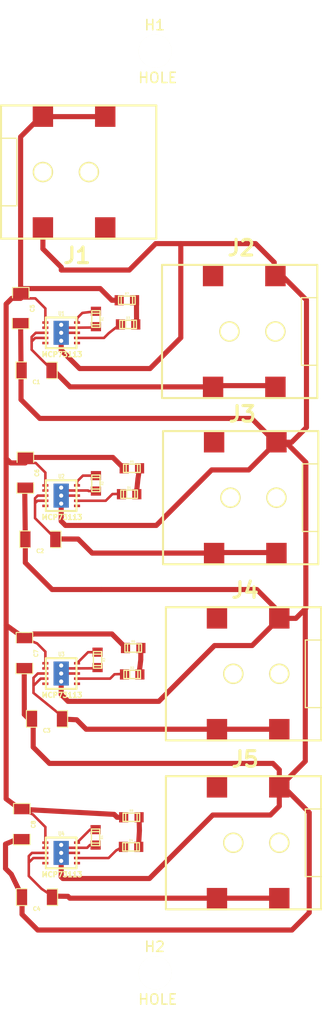
<source format=kicad_pcb>
(kicad_pcb (version 3) (host pcbnew "(2013-08-24 BZR 4298)-stable")

  (general
    (links 89)
    (no_connects 0)
    (area 0 0 0 0)
    (thickness 1.6)
    (drawings 0)
    (tracks 230)
    (zones 0)
    (modules 31)
    (nets 19)
  )

  (page A)
  (layers
    (15 F.Cu signal)
    (0 B.Cu signal)
    (16 B.Adhes user)
    (17 F.Adhes user)
    (18 B.Paste user)
    (19 F.Paste user)
    (20 B.SilkS user)
    (21 F.SilkS user)
    (22 B.Mask user)
    (23 F.Mask user)
    (24 Dwgs.User user)
    (25 Cmts.User user)
    (26 Eco1.User user)
    (27 Eco2.User user)
    (28 Edge.Cuts user)
  )

  (setup
    (last_trace_width 0.25)
    (user_trace_width 0.1)
    (user_trace_width 0.2)
    (user_trace_width 0.25)
    (user_trace_width 0.3)
    (user_trace_width 0.4)
    (user_trace_width 0.5)
    (user_trace_width 0.6)
    (user_trace_width 0.7)
    (user_trace_width 0.8)
    (user_trace_width 0.9)
    (user_trace_width 1)
    (user_trace_width 1.2)
    (trace_clearance 0.1)
    (zone_clearance 1)
    (zone_45_only no)
    (trace_min 0.1)
    (segment_width 0.2)
    (edge_width 0.1)
    (via_size 0.7)
    (via_drill 0.4)
    (via_min_size 0.7)
    (via_min_drill 0.4)
    (uvia_size 0.4)
    (uvia_drill 0.127)
    (uvias_allowed no)
    (uvia_min_size 0.4)
    (uvia_min_drill 0.127)
    (pcb_text_width 0.3)
    (pcb_text_size 1.5 1.5)
    (mod_edge_width 0.1)
    (mod_text_size 1 1)
    (mod_text_width 0.15)
    (pad_size 1.5 2.35)
    (pad_drill 0)
    (pad_to_mask_clearance 0)
    (pad_to_paste_clearance_ratio -0.1)
    (aux_axis_origin 0 0)
    (visible_elements 7FFFFFFF)
    (pcbplotparams
      (layerselection 272400385)
      (usegerberextensions true)
      (excludeedgelayer true)
      (linewidth 0.150000)
      (plotframeref false)
      (viasonmask false)
      (mode 1)
      (useauxorigin false)
      (hpglpennumber 1)
      (hpglpenspeed 20)
      (hpglpendiameter 15)
      (hpglpenoverlay 2)
      (psnegative false)
      (psa4output false)
      (plotreference true)
      (plotvalue true)
      (plotothertext true)
      (plotinvisibletext false)
      (padsonsilk false)
      (subtractmaskfromsilk false)
      (outputformat 1)
      (mirror false)
      (drillshape 0)
      (scaleselection 1)
      (outputdirectory ""))
  )

  (net 0 "")
  (net 1 GND)
  (net 2 N-0000010)
  (net 3 N-0000012)
  (net 4 N-000002)
  (net 5 N-000009)
  (net 6 PROG1)
  (net 7 PROG2)
  (net 8 PROG3)
  (net 9 PROG4)
  (net 10 STAT1)
  (net 11 STAT2)
  (net 12 STAT3)
  (net 13 STAT4)
  (net 14 VBAT1)
  (net 15 VBAT2)
  (net 16 VBAT3)
  (net 17 VBAT4)
  (net 18 VDD)

  (net_class Default "This is the default net class."
    (clearance 0.1)
    (trace_width 0.25)
    (via_dia 0.7)
    (via_drill 0.4)
    (uvia_dia 0.4)
    (uvia_drill 0.127)
    (add_net "")
    (add_net GND)
    (add_net N-0000010)
    (add_net N-0000012)
    (add_net N-000002)
    (add_net N-000009)
    (add_net PROG1)
    (add_net PROG2)
    (add_net PROG3)
    (add_net PROG4)
    (add_net STAT1)
    (add_net STAT2)
    (add_net STAT3)
    (add_net STAT4)
    (add_net VBAT1)
    (add_net VBAT2)
    (add_net VBAT3)
    (add_net VBAT4)
    (add_net VDD)
  )

  (module TED_SM0603 (layer F.Cu) (tedit 527731CB) (tstamp 52772DE0)
    (at 83.67 129.81)
    (descr "SMT capacitor, 0603")
    (path /52EABD12)
    (fp_text reference R8 (at 0 -0.635) (layer F.SilkS)
      (effects (font (size 0.20066 0.20066) (thickness 0.04064)))
    )
    (fp_text value 150 (at 0 0.635) (layer F.SilkS) hide
      (effects (font (size 0.20066 0.20066) (thickness 0.04064)))
    )
    (fp_line (start 0.5588 0.4064) (end 0.5588 -0.4064) (layer F.SilkS) (width 0.127))
    (fp_line (start -0.5588 -0.381) (end -0.5588 0.4064) (layer F.SilkS) (width 0.127))
    (fp_line (start -0.8128 -0.4064) (end 0.8128 -0.4064) (layer F.SilkS) (width 0.127))
    (fp_line (start 0.8128 -0.4064) (end 0.8128 0.4064) (layer F.SilkS) (width 0.127))
    (fp_line (start 0.8128 0.4064) (end -0.8128 0.4064) (layer F.SilkS) (width 0.127))
    (fp_line (start -0.8128 0.4064) (end -0.8128 -0.4064) (layer F.SilkS) (width 0.127))
    (pad 2 smd rect (at 0.75184 0) (size 0.89916 1.00076)
      (layers F.Cu F.Paste F.Mask)
      (net 3 N-0000012)
      (clearance 0.1)
    )
    (pad 1 smd rect (at -0.75184 0) (size 0.89916 1.00076)
      (layers F.Cu F.Paste F.Mask)
      (net 18 VDD)
      (clearance 0.1)
    )
    (model smd/capacitors/c_0603.wrl
      (at (xyz 0 0 0))
      (scale (xyz 1 1 1))
      (rotate (xyz 0 0 0))
    )
  )

  (module TED_SM0603 (layer F.Cu) (tedit 527731CB) (tstamp 52772DD5)
    (at 83.23 79.32)
    (descr "SMT capacitor, 0603")
    (path /52EABCCD)
    (fp_text reference R7 (at 0 -0.635) (layer F.SilkS)
      (effects (font (size 0.20066 0.20066) (thickness 0.04064)))
    )
    (fp_text value 150 (at 0 0.635) (layer F.SilkS) hide
      (effects (font (size 0.20066 0.20066) (thickness 0.04064)))
    )
    (fp_line (start 0.5588 0.4064) (end 0.5588 -0.4064) (layer F.SilkS) (width 0.127))
    (fp_line (start -0.5588 -0.381) (end -0.5588 0.4064) (layer F.SilkS) (width 0.127))
    (fp_line (start -0.8128 -0.4064) (end 0.8128 -0.4064) (layer F.SilkS) (width 0.127))
    (fp_line (start 0.8128 -0.4064) (end 0.8128 0.4064) (layer F.SilkS) (width 0.127))
    (fp_line (start 0.8128 0.4064) (end -0.8128 0.4064) (layer F.SilkS) (width 0.127))
    (fp_line (start -0.8128 0.4064) (end -0.8128 -0.4064) (layer F.SilkS) (width 0.127))
    (pad 2 smd rect (at 0.75184 0) (size 0.89916 1.00076)
      (layers F.Cu F.Paste F.Mask)
      (net 4 N-000002)
      (clearance 0.1)
    )
    (pad 1 smd rect (at -0.75184 0) (size 0.89916 1.00076)
      (layers F.Cu F.Paste F.Mask)
      (net 18 VDD)
      (clearance 0.1)
    )
    (model smd/capacitors/c_0603.wrl
      (at (xyz 0 0 0))
      (scale (xyz 1 1 1))
      (rotate (xyz 0 0 0))
    )
  )

  (module TED_SM0603 (layer F.Cu) (tedit 527731CB) (tstamp 52772DCA)
    (at 83.85 113.28)
    (descr "SMT capacitor, 0603")
    (path /52EABCFB)
    (fp_text reference R6 (at 0 -0.635) (layer F.SilkS)
      (effects (font (size 0.20066 0.20066) (thickness 0.04064)))
    )
    (fp_text value 150 (at 0 0.635) (layer F.SilkS) hide
      (effects (font (size 0.20066 0.20066) (thickness 0.04064)))
    )
    (fp_line (start 0.5588 0.4064) (end 0.5588 -0.4064) (layer F.SilkS) (width 0.127))
    (fp_line (start -0.5588 -0.381) (end -0.5588 0.4064) (layer F.SilkS) (width 0.127))
    (fp_line (start -0.8128 -0.4064) (end 0.8128 -0.4064) (layer F.SilkS) (width 0.127))
    (fp_line (start 0.8128 -0.4064) (end 0.8128 0.4064) (layer F.SilkS) (width 0.127))
    (fp_line (start 0.8128 0.4064) (end -0.8128 0.4064) (layer F.SilkS) (width 0.127))
    (fp_line (start -0.8128 0.4064) (end -0.8128 -0.4064) (layer F.SilkS) (width 0.127))
    (pad 2 smd rect (at 0.75184 0) (size 0.89916 1.00076)
      (layers F.Cu F.Paste F.Mask)
      (net 5 N-000009)
      (clearance 0.1)
    )
    (pad 1 smd rect (at -0.75184 0) (size 0.89916 1.00076)
      (layers F.Cu F.Paste F.Mask)
      (net 18 VDD)
      (clearance 0.1)
    )
    (model smd/capacitors/c_0603.wrl
      (at (xyz 0 0 0))
      (scale (xyz 1 1 1))
      (rotate (xyz 0 0 0))
    )
  )

  (module TED_SM0603 (layer F.Cu) (tedit 527731CB) (tstamp 52772DBF)
    (at 83.72 95.73)
    (descr "SMT capacitor, 0603")
    (path /52EABCE4)
    (fp_text reference R5 (at 0 -0.635) (layer F.SilkS)
      (effects (font (size 0.20066 0.20066) (thickness 0.04064)))
    )
    (fp_text value 150 (at 0 0.635) (layer F.SilkS) hide
      (effects (font (size 0.20066 0.20066) (thickness 0.04064)))
    )
    (fp_line (start 0.5588 0.4064) (end 0.5588 -0.4064) (layer F.SilkS) (width 0.127))
    (fp_line (start -0.5588 -0.381) (end -0.5588 0.4064) (layer F.SilkS) (width 0.127))
    (fp_line (start -0.8128 -0.4064) (end 0.8128 -0.4064) (layer F.SilkS) (width 0.127))
    (fp_line (start 0.8128 -0.4064) (end 0.8128 0.4064) (layer F.SilkS) (width 0.127))
    (fp_line (start 0.8128 0.4064) (end -0.8128 0.4064) (layer F.SilkS) (width 0.127))
    (fp_line (start -0.8128 0.4064) (end -0.8128 -0.4064) (layer F.SilkS) (width 0.127))
    (pad 2 smd rect (at 0.75184 0) (size 0.89916 1.00076)
      (layers F.Cu F.Paste F.Mask)
      (net 2 N-0000010)
      (clearance 0.1)
    )
    (pad 1 smd rect (at -0.75184 0) (size 0.89916 1.00076)
      (layers F.Cu F.Paste F.Mask)
      (net 18 VDD)
      (clearance 0.1)
    )
    (model smd/capacitors/c_0603.wrl
      (at (xyz 0 0 0))
      (scale (xyz 1 1 1))
      (rotate (xyz 0 0 0))
    )
  )

  (module TED_SM0603 (layer F.Cu) (tedit 527731CB) (tstamp 52772DA9)
    (at 80.36 114.44 270)
    (descr "SMT capacitor, 0603")
    (path /52EABBC1)
    (fp_text reference R3 (at 0 -0.635 270) (layer F.SilkS)
      (effects (font (size 0.20066 0.20066) (thickness 0.04064)))
    )
    (fp_text value 1k (at 0 0.635 270) (layer F.SilkS) hide
      (effects (font (size 0.20066 0.20066) (thickness 0.04064)))
    )
    (fp_line (start 0.5588 0.4064) (end 0.5588 -0.4064) (layer F.SilkS) (width 0.127))
    (fp_line (start -0.5588 -0.381) (end -0.5588 0.4064) (layer F.SilkS) (width 0.127))
    (fp_line (start -0.8128 -0.4064) (end 0.8128 -0.4064) (layer F.SilkS) (width 0.127))
    (fp_line (start 0.8128 -0.4064) (end 0.8128 0.4064) (layer F.SilkS) (width 0.127))
    (fp_line (start 0.8128 0.4064) (end -0.8128 0.4064) (layer F.SilkS) (width 0.127))
    (fp_line (start -0.8128 0.4064) (end -0.8128 -0.4064) (layer F.SilkS) (width 0.127))
    (pad 2 smd rect (at 0.75184 0 270) (size 0.89916 1.00076)
      (layers F.Cu F.Paste F.Mask)
      (net 1 GND)
      (clearance 0.1)
    )
    (pad 1 smd rect (at -0.75184 0 270) (size 0.89916 1.00076)
      (layers F.Cu F.Paste F.Mask)
      (net 8 PROG3)
      (clearance 0.1)
    )
    (model smd/capacitors/c_0603.wrl
      (at (xyz 0 0 0))
      (scale (xyz 1 1 1))
      (rotate (xyz 0 0 0))
    )
  )

  (module TED_SM0603 (layer F.Cu) (tedit 527731CB) (tstamp 52772D9E)
    (at 80.2 97.2 270)
    (descr "SMT capacitor, 0603")
    (path /52EABBB0)
    (fp_text reference R2 (at 0 -0.635 270) (layer F.SilkS)
      (effects (font (size 0.20066 0.20066) (thickness 0.04064)))
    )
    (fp_text value 1k (at 0 0.635 270) (layer F.SilkS) hide
      (effects (font (size 0.20066 0.20066) (thickness 0.04064)))
    )
    (fp_line (start 0.5588 0.4064) (end 0.5588 -0.4064) (layer F.SilkS) (width 0.127))
    (fp_line (start -0.5588 -0.381) (end -0.5588 0.4064) (layer F.SilkS) (width 0.127))
    (fp_line (start -0.8128 -0.4064) (end 0.8128 -0.4064) (layer F.SilkS) (width 0.127))
    (fp_line (start 0.8128 -0.4064) (end 0.8128 0.4064) (layer F.SilkS) (width 0.127))
    (fp_line (start 0.8128 0.4064) (end -0.8128 0.4064) (layer F.SilkS) (width 0.127))
    (fp_line (start -0.8128 0.4064) (end -0.8128 -0.4064) (layer F.SilkS) (width 0.127))
    (pad 2 smd rect (at 0.75184 0 270) (size 0.89916 1.00076)
      (layers F.Cu F.Paste F.Mask)
      (net 1 GND)
      (clearance 0.1)
    )
    (pad 1 smd rect (at -0.75184 0 270) (size 0.89916 1.00076)
      (layers F.Cu F.Paste F.Mask)
      (net 7 PROG2)
      (clearance 0.1)
    )
    (model smd/capacitors/c_0603.wrl
      (at (xyz 0 0 0))
      (scale (xyz 1 1 1))
      (rotate (xyz 0 0 0))
    )
  )

  (module TED_SM0603 (layer F.Cu) (tedit 527731CB) (tstamp 52772D93)
    (at 80.2 81.15 270)
    (descr "SMT capacitor, 0603")
    (path /52EABB9F)
    (fp_text reference R1 (at 0 -0.635 270) (layer F.SilkS)
      (effects (font (size 0.20066 0.20066) (thickness 0.04064)))
    )
    (fp_text value "1k 1%" (at 0 0.635 270) (layer F.SilkS) hide
      (effects (font (size 0.20066 0.20066) (thickness 0.04064)))
    )
    (fp_line (start 0.5588 0.4064) (end 0.5588 -0.4064) (layer F.SilkS) (width 0.127))
    (fp_line (start -0.5588 -0.381) (end -0.5588 0.4064) (layer F.SilkS) (width 0.127))
    (fp_line (start -0.8128 -0.4064) (end 0.8128 -0.4064) (layer F.SilkS) (width 0.127))
    (fp_line (start 0.8128 -0.4064) (end 0.8128 0.4064) (layer F.SilkS) (width 0.127))
    (fp_line (start 0.8128 0.4064) (end -0.8128 0.4064) (layer F.SilkS) (width 0.127))
    (fp_line (start -0.8128 0.4064) (end -0.8128 -0.4064) (layer F.SilkS) (width 0.127))
    (pad 2 smd rect (at 0.75184 0 270) (size 0.89916 1.00076)
      (layers F.Cu F.Paste F.Mask)
      (net 1 GND)
      (clearance 0.1)
    )
    (pad 1 smd rect (at -0.75184 0 270) (size 0.89916 1.00076)
      (layers F.Cu F.Paste F.Mask)
      (net 6 PROG1)
      (clearance 0.1)
    )
    (model smd/capacitors/c_0603.wrl
      (at (xyz 0 0 0))
      (scale (xyz 1 1 1))
      (rotate (xyz 0 0 0))
    )
  )

  (module TED_SM0603 (layer F.Cu) (tedit 527731CB) (tstamp 52772DB4)
    (at 80.17 131.77 270)
    (descr "SMT capacitor, 0603")
    (path /52EABBD2)
    (fp_text reference R4 (at 0 -0.635 270) (layer F.SilkS)
      (effects (font (size 0.20066 0.20066) (thickness 0.04064)))
    )
    (fp_text value 1k (at 0 0.635 270) (layer F.SilkS) hide
      (effects (font (size 0.20066 0.20066) (thickness 0.04064)))
    )
    (fp_line (start 0.5588 0.4064) (end 0.5588 -0.4064) (layer F.SilkS) (width 0.127))
    (fp_line (start -0.5588 -0.381) (end -0.5588 0.4064) (layer F.SilkS) (width 0.127))
    (fp_line (start -0.8128 -0.4064) (end 0.8128 -0.4064) (layer F.SilkS) (width 0.127))
    (fp_line (start 0.8128 -0.4064) (end 0.8128 0.4064) (layer F.SilkS) (width 0.127))
    (fp_line (start 0.8128 0.4064) (end -0.8128 0.4064) (layer F.SilkS) (width 0.127))
    (fp_line (start -0.8128 0.4064) (end -0.8128 -0.4064) (layer F.SilkS) (width 0.127))
    (pad 2 smd rect (at 0.75184 0 270) (size 0.89916 1.00076)
      (layers F.Cu F.Paste F.Mask)
      (net 1 GND)
      (clearance 0.1)
    )
    (pad 1 smd rect (at -0.75184 0 270) (size 0.89916 1.00076)
      (layers F.Cu F.Paste F.Mask)
      (net 9 PROG4)
      (clearance 0.1)
    )
    (model smd/capacitors/c_0603.wrl
      (at (xyz 0 0 0))
      (scale (xyz 1 1 1))
      (rotate (xyz 0 0 0))
    )
  )

  (module TED_DC_2.1mm_SMT (layer F.Cu) (tedit 52880F9F) (tstamp 5246829E)
    (at 94.37 98.6)
    (path /52EABB08)
    (fp_text reference J3 (at 0.15748 -8.15848) (layer F.SilkS)
      (effects (font (thickness 0.3048)))
    )
    (fp_text value DC_2.1MM (at 0.1016 8.49884) (layer F.SilkS) hide
      (effects (font (thickness 0.3048)))
    )
    (fp_line (start 7.6 -3.3) (end 6.05 -3.3) (layer F.SilkS) (width 0.127))
    (fp_line (start 6.05 -3.3) (end 6.05 3.3) (layer F.SilkS) (width 0.127))
    (fp_line (start 6.05 3.3) (end 7.575 3.3) (layer F.SilkS) (width 0.127))
    (fp_line (start -7.59968 -6.5024) (end 7.59968 -6.5024) (layer F.SilkS) (width 0.20066))
    (fp_line (start 7.59968 -6.5024) (end 7.59968 6.5024) (layer F.SilkS) (width 0.20066))
    (fp_line (start 7.59968 6.5024) (end -7.59968 6.5024) (layer F.SilkS) (width 0.20066))
    (fp_line (start -7.59968 6.5024) (end -7.59968 -6.5024) (layer F.SilkS) (width 0.20066))
    (pad "" np_thru_hole circle (at -1.00076 0) (size 1.99898 1.99898) (drill 1.69926)
      (layers *.Cu *.Mask F.SilkS)
    )
    (pad 1 smd rect (at 3.50012 5.4102) (size 1.99898 1.99898)
      (layers F.Cu F.Paste F.Mask)
      (net 15 VBAT2)
    )
    (pad 1 smd rect (at -2.60096 5.4102) (size 1.99898 1.99898)
      (layers F.Cu F.Paste F.Mask)
      (net 15 VBAT2)
    )
    (pad 2 smd rect (at 3.50012 -5.41528) (size 1.99898 1.99898)
      (layers F.Cu F.Paste F.Mask)
      (net 1 GND)
    )
    (pad 3 smd rect (at -2.60096 -5.41528) (size 1.99898 1.99898)
      (layers F.Cu F.Paste F.Mask)
    )
    (pad "" np_thru_hole circle (at 3.50012 0) (size 1.99898 1.99898) (drill 1.69926)
      (layers *.Cu *.Mask F.SilkS)
    )
  )

  (module TED_Hole_3.25mm (layer F.Cu) (tedit 52802414) (tstamp 52A1987B)
    (at 86 55)
    (path /52A15919)
    (fp_text reference H1 (at -0.05 -2.55) (layer F.SilkS)
      (effects (font (size 1 1) (thickness 0.15)))
    )
    (fp_text value HOLE (at 0.25 2.6) (layer F.SilkS)
      (effects (font (size 1 1) (thickness 0.15)))
    )
    (pad "" np_thru_hole circle (at 0 0) (size 3.25 3.25) (drill 3.25)
      (layers *.Cu *.Mask F.SilkS)
    )
  )

  (module TED_Hole_3.25mm (layer F.Cu) (tedit 52802414) (tstamp 52A19880)
    (at 86 145)
    (path /52A15896)
    (fp_text reference H2 (at -0.05 -2.55) (layer F.SilkS)
      (effects (font (size 1 1) (thickness 0.15)))
    )
    (fp_text value HOLE (at 0.25 2.6) (layer F.SilkS)
      (effects (font (size 1 1) (thickness 0.15)))
    )
    (pad "" np_thru_hole circle (at 0 0) (size 3.25 3.25) (drill 3.25)
      (layers *.Cu *.Mask F.SilkS)
    )
  )

  (module TED_DC_2.1mm_SMT (layer F.Cu) (tedit 52880F9F) (tstamp 52E8541B)
    (at 94.65 115.8)
    (path /52EABB0F)
    (fp_text reference J4 (at 0.15748 -8.15848) (layer F.SilkS)
      (effects (font (thickness 0.3048)))
    )
    (fp_text value DC_2.1MM (at 0.1016 8.49884) (layer F.SilkS) hide
      (effects (font (thickness 0.3048)))
    )
    (fp_line (start 7.6 -3.3) (end 6.05 -3.3) (layer F.SilkS) (width 0.127))
    (fp_line (start 6.05 -3.3) (end 6.05 3.3) (layer F.SilkS) (width 0.127))
    (fp_line (start 6.05 3.3) (end 7.575 3.3) (layer F.SilkS) (width 0.127))
    (fp_line (start -7.59968 -6.5024) (end 7.59968 -6.5024) (layer F.SilkS) (width 0.20066))
    (fp_line (start 7.59968 -6.5024) (end 7.59968 6.5024) (layer F.SilkS) (width 0.20066))
    (fp_line (start 7.59968 6.5024) (end -7.59968 6.5024) (layer F.SilkS) (width 0.20066))
    (fp_line (start -7.59968 6.5024) (end -7.59968 -6.5024) (layer F.SilkS) (width 0.20066))
    (pad "" np_thru_hole circle (at -1.00076 0) (size 1.99898 1.99898) (drill 1.69926)
      (layers *.Cu *.Mask F.SilkS)
    )
    (pad 1 smd rect (at 3.50012 5.4102) (size 1.99898 1.99898)
      (layers F.Cu F.Paste F.Mask)
      (net 16 VBAT3)
    )
    (pad 1 smd rect (at -2.60096 5.4102) (size 1.99898 1.99898)
      (layers F.Cu F.Paste F.Mask)
      (net 16 VBAT3)
    )
    (pad 2 smd rect (at 3.50012 -5.41528) (size 1.99898 1.99898)
      (layers F.Cu F.Paste F.Mask)
      (net 1 GND)
    )
    (pad 3 smd rect (at -2.60096 -5.41528) (size 1.99898 1.99898)
      (layers F.Cu F.Paste F.Mask)
    )
    (pad "" np_thru_hole circle (at 3.50012 0) (size 1.99898 1.99898) (drill 1.69926)
      (layers *.Cu *.Mask F.SilkS)
    )
  )

  (module TED_DC_2.1mm_SMT (layer F.Cu) (tedit 52880F9F) (tstamp 52E8542C)
    (at 94.65 132.3)
    (path /52EABB16)
    (fp_text reference J5 (at 0.15748 -8.15848) (layer F.SilkS)
      (effects (font (thickness 0.3048)))
    )
    (fp_text value DC_2.1MM (at 0.1016 8.49884) (layer F.SilkS) hide
      (effects (font (thickness 0.3048)))
    )
    (fp_line (start 7.6 -3.3) (end 6.05 -3.3) (layer F.SilkS) (width 0.127))
    (fp_line (start 6.05 -3.3) (end 6.05 3.3) (layer F.SilkS) (width 0.127))
    (fp_line (start 6.05 3.3) (end 7.575 3.3) (layer F.SilkS) (width 0.127))
    (fp_line (start -7.59968 -6.5024) (end 7.59968 -6.5024) (layer F.SilkS) (width 0.20066))
    (fp_line (start 7.59968 -6.5024) (end 7.59968 6.5024) (layer F.SilkS) (width 0.20066))
    (fp_line (start 7.59968 6.5024) (end -7.59968 6.5024) (layer F.SilkS) (width 0.20066))
    (fp_line (start -7.59968 6.5024) (end -7.59968 -6.5024) (layer F.SilkS) (width 0.20066))
    (pad "" np_thru_hole circle (at -1.00076 0) (size 1.99898 1.99898) (drill 1.69926)
      (layers *.Cu *.Mask F.SilkS)
    )
    (pad 1 smd rect (at 3.50012 5.4102) (size 1.99898 1.99898)
      (layers F.Cu F.Paste F.Mask)
      (net 17 VBAT4)
    )
    (pad 1 smd rect (at -2.60096 5.4102) (size 1.99898 1.99898)
      (layers F.Cu F.Paste F.Mask)
      (net 17 VBAT4)
    )
    (pad 2 smd rect (at 3.50012 -5.41528) (size 1.99898 1.99898)
      (layers F.Cu F.Paste F.Mask)
      (net 1 GND)
    )
    (pad 3 smd rect (at -2.60096 -5.41528) (size 1.99898 1.99898)
      (layers F.Cu F.Paste F.Mask)
    )
    (pad "" np_thru_hole circle (at 3.50012 0) (size 1.99898 1.99898) (drill 1.69926)
      (layers *.Cu *.Mask F.SilkS)
    )
  )

  (module TED_DC_2.1mm_SMT (layer F.Cu) (tedit 52880F9F) (tstamp 52786C89)
    (at 94.27 82.37)
    (path /52EABB01)
    (fp_text reference J2 (at 0.15748 -8.15848) (layer F.SilkS)
      (effects (font (thickness 0.3048)))
    )
    (fp_text value DC_2.1MM (at 0.1016 8.49884) (layer F.SilkS) hide
      (effects (font (thickness 0.3048)))
    )
    (fp_line (start 7.6 -3.3) (end 6.05 -3.3) (layer F.SilkS) (width 0.127))
    (fp_line (start 6.05 -3.3) (end 6.05 3.3) (layer F.SilkS) (width 0.127))
    (fp_line (start 6.05 3.3) (end 7.575 3.3) (layer F.SilkS) (width 0.127))
    (fp_line (start -7.59968 -6.5024) (end 7.59968 -6.5024) (layer F.SilkS) (width 0.20066))
    (fp_line (start 7.59968 -6.5024) (end 7.59968 6.5024) (layer F.SilkS) (width 0.20066))
    (fp_line (start 7.59968 6.5024) (end -7.59968 6.5024) (layer F.SilkS) (width 0.20066))
    (fp_line (start -7.59968 6.5024) (end -7.59968 -6.5024) (layer F.SilkS) (width 0.20066))
    (pad "" np_thru_hole circle (at -1.00076 0) (size 1.99898 1.99898) (drill 1.69926)
      (layers *.Cu *.Mask F.SilkS)
    )
    (pad 1 smd rect (at 3.50012 5.4102) (size 1.99898 1.99898)
      (layers F.Cu F.Paste F.Mask)
      (net 14 VBAT1)
    )
    (pad 1 smd rect (at -2.60096 5.4102) (size 1.99898 1.99898)
      (layers F.Cu F.Paste F.Mask)
      (net 14 VBAT1)
    )
    (pad 2 smd rect (at 3.50012 -5.41528) (size 1.99898 1.99898)
      (layers F.Cu F.Paste F.Mask)
      (net 1 GND)
    )
    (pad 3 smd rect (at -2.60096 -5.41528) (size 1.99898 1.99898)
      (layers F.Cu F.Paste F.Mask)
    )
    (pad "" np_thru_hole circle (at 3.50012 0) (size 1.99898 1.99898) (drill 1.69926)
      (layers *.Cu *.Mask F.SilkS)
    )
  )

  (module TED_DC_2.1mm_SMT (layer F.Cu) (tedit 52880F9F) (tstamp 52772D86)
    (at 78.51 66.8 180)
    (path /52E85228)
    (fp_text reference J1 (at 0.15748 -8.15848 180) (layer F.SilkS)
      (effects (font (thickness 0.3048)))
    )
    (fp_text value DC_2.1MM (at 0.1016 8.49884 180) (layer F.SilkS) hide
      (effects (font (thickness 0.3048)))
    )
    (fp_line (start 7.6 -3.3) (end 6.05 -3.3) (layer F.SilkS) (width 0.127))
    (fp_line (start 6.05 -3.3) (end 6.05 3.3) (layer F.SilkS) (width 0.127))
    (fp_line (start 6.05 3.3) (end 7.575 3.3) (layer F.SilkS) (width 0.127))
    (fp_line (start -7.59968 -6.5024) (end 7.59968 -6.5024) (layer F.SilkS) (width 0.20066))
    (fp_line (start 7.59968 -6.5024) (end 7.59968 6.5024) (layer F.SilkS) (width 0.20066))
    (fp_line (start 7.59968 6.5024) (end -7.59968 6.5024) (layer F.SilkS) (width 0.20066))
    (fp_line (start -7.59968 6.5024) (end -7.59968 -6.5024) (layer F.SilkS) (width 0.20066))
    (pad "" np_thru_hole circle (at -1.00076 0 180) (size 1.99898 1.99898) (drill 1.69926)
      (layers *.Cu *.Mask F.SilkS)
    )
    (pad 1 smd rect (at 3.50012 5.4102 180) (size 1.99898 1.99898)
      (layers F.Cu F.Paste F.Mask)
      (net 18 VDD)
    )
    (pad 1 smd rect (at -2.60096 5.4102 180) (size 1.99898 1.99898)
      (layers F.Cu F.Paste F.Mask)
      (net 18 VDD)
    )
    (pad 2 smd rect (at 3.50012 -5.41528 180) (size 1.99898 1.99898)
      (layers F.Cu F.Paste F.Mask)
      (net 1 GND)
    )
    (pad 3 smd rect (at -2.60096 -5.41528 180) (size 1.99898 1.99898)
      (layers F.Cu F.Paste F.Mask)
    )
    (pad "" np_thru_hole circle (at 3.50012 0 180) (size 1.99898 1.99898) (drill 1.69926)
      (layers *.Cu *.Mask F.SilkS)
    )
  )

  (module TED_DFN-10+1 (layer F.Cu) (tedit 52ED8332) (tstamp 524A3D24)
    (at 76.8 115.77)
    (path /52EABB73)
    (fp_text reference U3 (at 0.02 -1.88) (layer F.SilkS)
      (effects (font (size 0.4 0.3) (thickness 0.075)))
    )
    (fp_text value MCP73113 (at 0.08 2.11) (layer F.SilkS)
      (effects (font (size 0.5 0.5) (thickness 0.125)))
    )
    (fp_line (start 1.5 -1.5) (end 1.5 1.5) (layer F.SilkS) (width 0.20066))
    (fp_line (start 1.5 1.5) (end -1.5 1.5) (layer F.SilkS) (width 0.20066))
    (fp_line (start -1.5 1.5) (end -1.5 -1.5) (layer F.SilkS) (width 0.20066))
    (fp_line (start -1.5 -1.5) (end 1.5 -1.5) (layer F.SilkS) (width 0.20066))
    (pad 6 smd rect (at 1.55 1 270) (size 0.25 0.6)
      (layers F.Cu F.Paste F.Mask)
      (clearance 0.1)
    )
    (pad 10 smd rect (at 1.55 -1 270) (size 0.25 0.6)
      (layers F.Cu F.Paste F.Mask)
      (net 8 PROG3)
      (clearance 0.1)
    )
    (pad 9 smd rect (at 1.55 -0.5 270) (size 0.25 0.6)
      (layers F.Cu F.Paste F.Mask)
      (net 1 GND)
      (clearance 0.1)
    )
    (pad 5 smd rect (at -1.55 1 270) (size 0.25 0.6)
      (layers F.Cu F.Paste F.Mask)
      (clearance 0.1)
    )
    (pad 2 smd rect (at -1.55 -0.5 270) (size 0.25 0.6)
      (layers F.Cu F.Paste F.Mask)
      (net 18 VDD)
      (clearance 0.1)
    )
    (pad 1 smd rect (at -1.55 -1 270) (size 0.25 0.6)
      (layers F.Cu F.Paste F.Mask)
      (net 18 VDD)
      (clearance 0.1)
    )
    (pad 3 smd rect (at -1.55 0 270) (size 0.25 0.6)
      (layers F.Cu F.Paste F.Mask)
      (net 16 VBAT3)
      (clearance 0.1)
    )
    (pad 4 smd rect (at -1.55 0.5 270) (size 0.25 0.6)
      (layers F.Cu F.Paste F.Mask)
      (net 16 VBAT3)
      (clearance 0.1)
    )
    (pad 8 smd rect (at 1.55 0 270) (size 0.25 0.6)
      (layers F.Cu F.Paste F.Mask)
      (net 1 GND)
      (clearance 0.1)
    )
    (pad 7 smd rect (at 1.55 0.5 270) (size 0.25 0.6)
      (layers F.Cu F.Paste F.Mask)
      (net 12 STAT3)
      (clearance 0.1)
    )
    (pad 11 smd rect (at 0 0) (size 1.5 2.35)
      (layers F.Cu F.Paste F.Mask)
      (net 1 GND)
    )
    (pad 11 thru_hole circle (at 0 0) (size 0.4 0.4) (drill 0.4)
      (layers *.Cu *.Mask F.SilkS)
      (net 1 GND)
    )
    (pad 11 thru_hole circle (at 0 -0.78) (size 0.4 0.4) (drill 0.4)
      (layers *.Cu *.Mask F.SilkS)
      (net 1 GND)
    )
    (pad 11 thru_hole circle (at 0 0.78) (size 0.4 0.4) (drill 0.4)
      (layers *.Cu *.Mask F.SilkS)
      (net 1 GND)
    )
    (pad 11 smd rect (at 0 0) (size 1.5 2.35)
      (layers B.Cu B.Paste B.Mask)
      (net 1 GND)
    )
  )

  (module TED_DFN-10+1 (layer F.Cu) (tedit 52ED8332) (tstamp 524D57C4)
    (at 76.8 98.4)
    (path /52EABB6D)
    (fp_text reference U2 (at 0.02 -1.88) (layer F.SilkS)
      (effects (font (size 0.4 0.3) (thickness 0.075)))
    )
    (fp_text value MCP73113 (at 0.08 2.11) (layer F.SilkS)
      (effects (font (size 0.5 0.5) (thickness 0.125)))
    )
    (fp_line (start 1.5 -1.5) (end 1.5 1.5) (layer F.SilkS) (width 0.20066))
    (fp_line (start 1.5 1.5) (end -1.5 1.5) (layer F.SilkS) (width 0.20066))
    (fp_line (start -1.5 1.5) (end -1.5 -1.5) (layer F.SilkS) (width 0.20066))
    (fp_line (start -1.5 -1.5) (end 1.5 -1.5) (layer F.SilkS) (width 0.20066))
    (pad 6 smd rect (at 1.55 1 270) (size 0.25 0.6)
      (layers F.Cu F.Paste F.Mask)
      (clearance 0.1)
    )
    (pad 10 smd rect (at 1.55 -1 270) (size 0.25 0.6)
      (layers F.Cu F.Paste F.Mask)
      (net 7 PROG2)
      (clearance 0.1)
    )
    (pad 9 smd rect (at 1.55 -0.5 270) (size 0.25 0.6)
      (layers F.Cu F.Paste F.Mask)
      (net 1 GND)
      (clearance 0.1)
    )
    (pad 5 smd rect (at -1.55 1 270) (size 0.25 0.6)
      (layers F.Cu F.Paste F.Mask)
      (clearance 0.1)
    )
    (pad 2 smd rect (at -1.55 -0.5 270) (size 0.25 0.6)
      (layers F.Cu F.Paste F.Mask)
      (net 18 VDD)
      (clearance 0.1)
    )
    (pad 1 smd rect (at -1.55 -1 270) (size 0.25 0.6)
      (layers F.Cu F.Paste F.Mask)
      (net 18 VDD)
      (clearance 0.1)
    )
    (pad 3 smd rect (at -1.55 0 270) (size 0.25 0.6)
      (layers F.Cu F.Paste F.Mask)
      (net 15 VBAT2)
      (clearance 0.1)
    )
    (pad 4 smd rect (at -1.55 0.5 270) (size 0.25 0.6)
      (layers F.Cu F.Paste F.Mask)
      (net 15 VBAT2)
      (clearance 0.1)
    )
    (pad 8 smd rect (at 1.55 0 270) (size 0.25 0.6)
      (layers F.Cu F.Paste F.Mask)
      (net 1 GND)
      (clearance 0.1)
    )
    (pad 7 smd rect (at 1.55 0.5 270) (size 0.25 0.6)
      (layers F.Cu F.Paste F.Mask)
      (net 11 STAT2)
      (clearance 0.1)
    )
    (pad 11 smd rect (at 0 0) (size 1.5 2.35)
      (layers F.Cu F.Paste F.Mask)
      (net 1 GND)
    )
    (pad 11 thru_hole circle (at 0 0) (size 0.4 0.4) (drill 0.4)
      (layers *.Cu *.Mask F.SilkS)
      (net 1 GND)
    )
    (pad 11 thru_hole circle (at 0 -0.78) (size 0.4 0.4) (drill 0.4)
      (layers *.Cu *.Mask F.SilkS)
      (net 1 GND)
    )
    (pad 11 thru_hole circle (at 0 0.78) (size 0.4 0.4) (drill 0.4)
      (layers *.Cu *.Mask F.SilkS)
      (net 1 GND)
    )
    (pad 11 smd rect (at 0 0) (size 1.5 2.35)
      (layers B.Cu B.Paste B.Mask)
      (net 1 GND)
    )
  )

  (module TED_DFN-10+1 (layer F.Cu) (tedit 52ED8332) (tstamp 527FD67B)
    (at 76.8 82.5)
    (path /52EABB67)
    (fp_text reference U1 (at 0.02 -1.88) (layer F.SilkS)
      (effects (font (size 0.4 0.3) (thickness 0.075)))
    )
    (fp_text value MCP73113 (at 0.08 2.11) (layer F.SilkS)
      (effects (font (size 0.5 0.5) (thickness 0.125)))
    )
    (fp_line (start 1.5 -1.5) (end 1.5 1.5) (layer F.SilkS) (width 0.20066))
    (fp_line (start 1.5 1.5) (end -1.5 1.5) (layer F.SilkS) (width 0.20066))
    (fp_line (start -1.5 1.5) (end -1.5 -1.5) (layer F.SilkS) (width 0.20066))
    (fp_line (start -1.5 -1.5) (end 1.5 -1.5) (layer F.SilkS) (width 0.20066))
    (pad 6 smd rect (at 1.55 1 270) (size 0.25 0.6)
      (layers F.Cu F.Paste F.Mask)
      (clearance 0.1)
    )
    (pad 10 smd rect (at 1.55 -1 270) (size 0.25 0.6)
      (layers F.Cu F.Paste F.Mask)
      (net 6 PROG1)
      (clearance 0.1)
    )
    (pad 9 smd rect (at 1.55 -0.5 270) (size 0.25 0.6)
      (layers F.Cu F.Paste F.Mask)
      (net 1 GND)
      (clearance 0.1)
    )
    (pad 5 smd rect (at -1.55 1 270) (size 0.25 0.6)
      (layers F.Cu F.Paste F.Mask)
      (clearance 0.1)
    )
    (pad 2 smd rect (at -1.55 -0.5 270) (size 0.25 0.6)
      (layers F.Cu F.Paste F.Mask)
      (net 18 VDD)
      (clearance 0.1)
    )
    (pad 1 smd rect (at -1.55 -1 270) (size 0.25 0.6)
      (layers F.Cu F.Paste F.Mask)
      (net 18 VDD)
      (clearance 0.1)
    )
    (pad 3 smd rect (at -1.55 0 270) (size 0.25 0.6)
      (layers F.Cu F.Paste F.Mask)
      (net 14 VBAT1)
      (clearance 0.1)
    )
    (pad 4 smd rect (at -1.55 0.5 270) (size 0.25 0.6)
      (layers F.Cu F.Paste F.Mask)
      (net 14 VBAT1)
      (clearance 0.1)
    )
    (pad 8 smd rect (at 1.55 0 270) (size 0.25 0.6)
      (layers F.Cu F.Paste F.Mask)
      (net 1 GND)
      (clearance 0.1)
    )
    (pad 7 smd rect (at 1.55 0.5 270) (size 0.25 0.6)
      (layers F.Cu F.Paste F.Mask)
      (net 10 STAT1)
      (clearance 0.1)
    )
    (pad 11 smd rect (at 0 0) (size 1.5 2.35)
      (layers F.Cu F.Paste F.Mask)
      (net 1 GND)
    )
    (pad 11 thru_hole circle (at 0 0) (size 0.4 0.4) (drill 0.4)
      (layers *.Cu *.Mask F.SilkS)
      (net 1 GND)
    )
    (pad 11 thru_hole circle (at 0 -0.78) (size 0.4 0.4) (drill 0.4)
      (layers *.Cu *.Mask F.SilkS)
      (net 1 GND)
    )
    (pad 11 thru_hole circle (at 0 0.78) (size 0.4 0.4) (drill 0.4)
      (layers *.Cu *.Mask F.SilkS)
      (net 1 GND)
    )
    (pad 11 smd rect (at 0 0) (size 1.5 2.35)
      (layers B.Cu B.Paste B.Mask)
      (net 1 GND)
    )
  )

  (module TED_DFN-10+1 (layer F.Cu) (tedit 52ED8332) (tstamp 52A19353)
    (at 76.8 133.29)
    (path /52EABB79)
    (fp_text reference U4 (at 0.02 -1.88) (layer F.SilkS)
      (effects (font (size 0.4 0.3) (thickness 0.075)))
    )
    (fp_text value MCP73113 (at 0.08 2.11) (layer F.SilkS)
      (effects (font (size 0.5 0.5) (thickness 0.125)))
    )
    (fp_line (start 1.5 -1.5) (end 1.5 1.5) (layer F.SilkS) (width 0.20066))
    (fp_line (start 1.5 1.5) (end -1.5 1.5) (layer F.SilkS) (width 0.20066))
    (fp_line (start -1.5 1.5) (end -1.5 -1.5) (layer F.SilkS) (width 0.20066))
    (fp_line (start -1.5 -1.5) (end 1.5 -1.5) (layer F.SilkS) (width 0.20066))
    (pad 6 smd rect (at 1.55 1 270) (size 0.25 0.6)
      (layers F.Cu F.Paste F.Mask)
      (clearance 0.1)
    )
    (pad 10 smd rect (at 1.55 -1 270) (size 0.25 0.6)
      (layers F.Cu F.Paste F.Mask)
      (net 9 PROG4)
      (clearance 0.1)
    )
    (pad 9 smd rect (at 1.55 -0.5 270) (size 0.25 0.6)
      (layers F.Cu F.Paste F.Mask)
      (net 1 GND)
      (clearance 0.1)
    )
    (pad 5 smd rect (at -1.55 1 270) (size 0.25 0.6)
      (layers F.Cu F.Paste F.Mask)
      (clearance 0.1)
    )
    (pad 2 smd rect (at -1.55 -0.5 270) (size 0.25 0.6)
      (layers F.Cu F.Paste F.Mask)
      (net 18 VDD)
      (clearance 0.1)
    )
    (pad 1 smd rect (at -1.55 -1 270) (size 0.25 0.6)
      (layers F.Cu F.Paste F.Mask)
      (net 18 VDD)
      (clearance 0.1)
    )
    (pad 3 smd rect (at -1.55 0 270) (size 0.25 0.6)
      (layers F.Cu F.Paste F.Mask)
      (net 17 VBAT4)
      (clearance 0.1)
    )
    (pad 4 smd rect (at -1.55 0.5 270) (size 0.25 0.6)
      (layers F.Cu F.Paste F.Mask)
      (net 17 VBAT4)
      (clearance 0.1)
    )
    (pad 8 smd rect (at 1.55 0 270) (size 0.25 0.6)
      (layers F.Cu F.Paste F.Mask)
      (net 1 GND)
      (clearance 0.1)
    )
    (pad 7 smd rect (at 1.55 0.5 270) (size 0.25 0.6)
      (layers F.Cu F.Paste F.Mask)
      (net 13 STAT4)
      (clearance 0.1)
    )
    (pad 11 smd rect (at 0 0) (size 1.5 2.35)
      (layers F.Cu F.Paste F.Mask)
      (net 1 GND)
    )
    (pad 11 thru_hole circle (at 0 0) (size 0.4 0.4) (drill 0.4)
      (layers *.Cu *.Mask F.SilkS)
      (net 1 GND)
    )
    (pad 11 thru_hole circle (at 0 -0.78) (size 0.4 0.4) (drill 0.4)
      (layers *.Cu *.Mask F.SilkS)
      (net 1 GND)
    )
    (pad 11 thru_hole circle (at 0 0.78) (size 0.4 0.4) (drill 0.4)
      (layers *.Cu *.Mask F.SilkS)
      (net 1 GND)
    )
    (pad 11 smd rect (at 0 0) (size 1.5 2.35)
      (layers B.Cu B.Paste B.Mask)
      (net 1 GND)
    )
  )

  (module TED_SM1206 (layer F.Cu) (tedit 522E5F8D) (tstamp 52ED8D0C)
    (at 74.39 86.16 180)
    (path /52EABC00)
    (attr smd)
    (fp_text reference C1 (at 0.0254 -1.14808 180) (layer F.SilkS)
      (effects (font (size 0.381 0.381) (thickness 0.09398)))
    )
    (fp_text value 4.7uF (at 0.10668 1.19888 180) (layer F.SilkS) hide
      (effects (font (size 0.381 0.381) (thickness 0.09398)))
    )
    (fp_line (start -1.00076 0.79756) (end -2.01676 0.79756) (layer F.SilkS) (width 0.09906))
    (fp_line (start -2.02184 0.762) (end -2.02184 -0.762) (layer F.SilkS) (width 0.09906))
    (fp_line (start -2.02184 -0.82296) (end -1.00584 -0.82296) (layer F.SilkS) (width 0.09906))
    (fp_line (start 0.98552 -0.82804) (end 2.00152 -0.82804) (layer F.SilkS) (width 0.09906))
    (fp_line (start 2.01676 -0.762) (end 2.01676 0.762) (layer F.SilkS) (width 0.09906))
    (fp_line (start 2.01168 0.81788) (end 0.99568 0.81788) (layer F.SilkS) (width 0.09906))
    (pad 1 smd rect (at -1.46304 -0.01524 180) (size 1.00076 1.50114)
      (layers F.Cu F.Paste F.Mask)
      (net 14 VBAT1)
    )
    (pad 2 smd rect (at 1.46304 -0.00508 180) (size 1.00076 1.5494)
      (layers F.Cu F.Paste F.Mask)
      (net 1 GND)
    )
    (model smd/chip_cms.wrl
      (at (xyz 0 0 0))
      (scale (xyz 0.1 0.1 0.1))
      (rotate (xyz 0 0 0))
    )
  )

  (module TED_SM1206 (layer F.Cu) (tedit 522E5F8D) (tstamp 52ED8D17)
    (at 74.76 102.66 180)
    (path /52EABC13)
    (attr smd)
    (fp_text reference C2 (at 0.0254 -1.14808 180) (layer F.SilkS)
      (effects (font (size 0.381 0.381) (thickness 0.09398)))
    )
    (fp_text value 4.7uF (at 0.10668 1.19888 180) (layer F.SilkS) hide
      (effects (font (size 0.381 0.381) (thickness 0.09398)))
    )
    (fp_line (start -1.00076 0.79756) (end -2.01676 0.79756) (layer F.SilkS) (width 0.09906))
    (fp_line (start -2.02184 0.762) (end -2.02184 -0.762) (layer F.SilkS) (width 0.09906))
    (fp_line (start -2.02184 -0.82296) (end -1.00584 -0.82296) (layer F.SilkS) (width 0.09906))
    (fp_line (start 0.98552 -0.82804) (end 2.00152 -0.82804) (layer F.SilkS) (width 0.09906))
    (fp_line (start 2.01676 -0.762) (end 2.01676 0.762) (layer F.SilkS) (width 0.09906))
    (fp_line (start 2.01168 0.81788) (end 0.99568 0.81788) (layer F.SilkS) (width 0.09906))
    (pad 1 smd rect (at -1.46304 -0.01524 180) (size 1.00076 1.50114)
      (layers F.Cu F.Paste F.Mask)
      (net 15 VBAT2)
    )
    (pad 2 smd rect (at 1.46304 -0.00508 180) (size 1.00076 1.5494)
      (layers F.Cu F.Paste F.Mask)
      (net 1 GND)
    )
    (model smd/chip_cms.wrl
      (at (xyz 0 0 0))
      (scale (xyz 0.1 0.1 0.1))
      (rotate (xyz 0 0 0))
    )
  )

  (module TED_SM1206 (layer F.Cu) (tedit 522E5F8D) (tstamp 52ED8D22)
    (at 75.41 120.19 180)
    (path /52EABC26)
    (attr smd)
    (fp_text reference C3 (at 0.0254 -1.14808 180) (layer F.SilkS)
      (effects (font (size 0.381 0.381) (thickness 0.09398)))
    )
    (fp_text value 4.7uF (at 0.10668 1.19888 180) (layer F.SilkS) hide
      (effects (font (size 0.381 0.381) (thickness 0.09398)))
    )
    (fp_line (start -1.00076 0.79756) (end -2.01676 0.79756) (layer F.SilkS) (width 0.09906))
    (fp_line (start -2.02184 0.762) (end -2.02184 -0.762) (layer F.SilkS) (width 0.09906))
    (fp_line (start -2.02184 -0.82296) (end -1.00584 -0.82296) (layer F.SilkS) (width 0.09906))
    (fp_line (start 0.98552 -0.82804) (end 2.00152 -0.82804) (layer F.SilkS) (width 0.09906))
    (fp_line (start 2.01676 -0.762) (end 2.01676 0.762) (layer F.SilkS) (width 0.09906))
    (fp_line (start 2.01168 0.81788) (end 0.99568 0.81788) (layer F.SilkS) (width 0.09906))
    (pad 1 smd rect (at -1.46304 -0.01524 180) (size 1.00076 1.50114)
      (layers F.Cu F.Paste F.Mask)
      (net 16 VBAT3)
    )
    (pad 2 smd rect (at 1.46304 -0.00508 180) (size 1.00076 1.5494)
      (layers F.Cu F.Paste F.Mask)
      (net 1 GND)
    )
    (model smd/chip_cms.wrl
      (at (xyz 0 0 0))
      (scale (xyz 0.1 0.1 0.1))
      (rotate (xyz 0 0 0))
    )
  )

  (module TED_SM1206 (layer F.Cu) (tedit 522E5F8D) (tstamp 52ED8D2D)
    (at 74.43 137.6 180)
    (path /52EABC39)
    (attr smd)
    (fp_text reference C4 (at 0.0254 -1.14808 180) (layer F.SilkS)
      (effects (font (size 0.381 0.381) (thickness 0.09398)))
    )
    (fp_text value 4.7uF (at 0.10668 1.19888 180) (layer F.SilkS) hide
      (effects (font (size 0.381 0.381) (thickness 0.09398)))
    )
    (fp_line (start -1.00076 0.79756) (end -2.01676 0.79756) (layer F.SilkS) (width 0.09906))
    (fp_line (start -2.02184 0.762) (end -2.02184 -0.762) (layer F.SilkS) (width 0.09906))
    (fp_line (start -2.02184 -0.82296) (end -1.00584 -0.82296) (layer F.SilkS) (width 0.09906))
    (fp_line (start 0.98552 -0.82804) (end 2.00152 -0.82804) (layer F.SilkS) (width 0.09906))
    (fp_line (start 2.01676 -0.762) (end 2.01676 0.762) (layer F.SilkS) (width 0.09906))
    (fp_line (start 2.01168 0.81788) (end 0.99568 0.81788) (layer F.SilkS) (width 0.09906))
    (pad 1 smd rect (at -1.46304 -0.01524 180) (size 1.00076 1.50114)
      (layers F.Cu F.Paste F.Mask)
      (net 17 VBAT4)
    )
    (pad 2 smd rect (at 1.46304 -0.00508 180) (size 1.00076 1.5494)
      (layers F.Cu F.Paste F.Mask)
      (net 1 GND)
    )
    (model smd/chip_cms.wrl
      (at (xyz 0 0 0))
      (scale (xyz 0.1 0.1 0.1))
      (rotate (xyz 0 0 0))
    )
  )

  (module TED_SM1206 (layer F.Cu) (tedit 522E5F8D) (tstamp 52ED8D38)
    (at 72.83 80.09 270)
    (path /52EABBF3)
    (attr smd)
    (fp_text reference C5 (at 0.0254 -1.14808 270) (layer F.SilkS)
      (effects (font (size 0.381 0.381) (thickness 0.09398)))
    )
    (fp_text value 4.7uF (at 0.10668 1.19888 270) (layer F.SilkS) hide
      (effects (font (size 0.381 0.381) (thickness 0.09398)))
    )
    (fp_line (start -1.00076 0.79756) (end -2.01676 0.79756) (layer F.SilkS) (width 0.09906))
    (fp_line (start -2.02184 0.762) (end -2.02184 -0.762) (layer F.SilkS) (width 0.09906))
    (fp_line (start -2.02184 -0.82296) (end -1.00584 -0.82296) (layer F.SilkS) (width 0.09906))
    (fp_line (start 0.98552 -0.82804) (end 2.00152 -0.82804) (layer F.SilkS) (width 0.09906))
    (fp_line (start 2.01676 -0.762) (end 2.01676 0.762) (layer F.SilkS) (width 0.09906))
    (fp_line (start 2.01168 0.81788) (end 0.99568 0.81788) (layer F.SilkS) (width 0.09906))
    (pad 1 smd rect (at -1.46304 -0.01524 270) (size 1.00076 1.50114)
      (layers F.Cu F.Paste F.Mask)
      (net 18 VDD)
    )
    (pad 2 smd rect (at 1.46304 -0.00508 270) (size 1.00076 1.5494)
      (layers F.Cu F.Paste F.Mask)
      (net 1 GND)
    )
    (model smd/chip_cms.wrl
      (at (xyz 0 0 0))
      (scale (xyz 0.1 0.1 0.1))
      (rotate (xyz 0 0 0))
    )
  )

  (module TED_SM1206 (layer F.Cu) (tedit 522E5F8D) (tstamp 52ED8D43)
    (at 73.28 96.16 270)
    (path /52EABC5B)
    (attr smd)
    (fp_text reference C6 (at 0.0254 -1.14808 270) (layer F.SilkS)
      (effects (font (size 0.381 0.381) (thickness 0.09398)))
    )
    (fp_text value 4.7uF (at 0.10668 1.19888 270) (layer F.SilkS) hide
      (effects (font (size 0.381 0.381) (thickness 0.09398)))
    )
    (fp_line (start -1.00076 0.79756) (end -2.01676 0.79756) (layer F.SilkS) (width 0.09906))
    (fp_line (start -2.02184 0.762) (end -2.02184 -0.762) (layer F.SilkS) (width 0.09906))
    (fp_line (start -2.02184 -0.82296) (end -1.00584 -0.82296) (layer F.SilkS) (width 0.09906))
    (fp_line (start 0.98552 -0.82804) (end 2.00152 -0.82804) (layer F.SilkS) (width 0.09906))
    (fp_line (start 2.01676 -0.762) (end 2.01676 0.762) (layer F.SilkS) (width 0.09906))
    (fp_line (start 2.01168 0.81788) (end 0.99568 0.81788) (layer F.SilkS) (width 0.09906))
    (pad 1 smd rect (at -1.46304 -0.01524 270) (size 1.00076 1.50114)
      (layers F.Cu F.Paste F.Mask)
      (net 18 VDD)
    )
    (pad 2 smd rect (at 1.46304 -0.00508 270) (size 1.00076 1.5494)
      (layers F.Cu F.Paste F.Mask)
      (net 1 GND)
    )
    (model smd/chip_cms.wrl
      (at (xyz 0 0 0))
      (scale (xyz 0.1 0.1 0.1))
      (rotate (xyz 0 0 0))
    )
  )

  (module TED_SM1206 (layer F.Cu) (tedit 522E5F8D) (tstamp 52ED8D4E)
    (at 73.19 113.78 270)
    (path /52EABC74)
    (attr smd)
    (fp_text reference C7 (at 0.0254 -1.14808 270) (layer F.SilkS)
      (effects (font (size 0.381 0.381) (thickness 0.09398)))
    )
    (fp_text value 4.7uF (at 0.10668 1.19888 270) (layer F.SilkS) hide
      (effects (font (size 0.381 0.381) (thickness 0.09398)))
    )
    (fp_line (start -1.00076 0.79756) (end -2.01676 0.79756) (layer F.SilkS) (width 0.09906))
    (fp_line (start -2.02184 0.762) (end -2.02184 -0.762) (layer F.SilkS) (width 0.09906))
    (fp_line (start -2.02184 -0.82296) (end -1.00584 -0.82296) (layer F.SilkS) (width 0.09906))
    (fp_line (start 0.98552 -0.82804) (end 2.00152 -0.82804) (layer F.SilkS) (width 0.09906))
    (fp_line (start 2.01676 -0.762) (end 2.01676 0.762) (layer F.SilkS) (width 0.09906))
    (fp_line (start 2.01168 0.81788) (end 0.99568 0.81788) (layer F.SilkS) (width 0.09906))
    (pad 1 smd rect (at -1.46304 -0.01524 270) (size 1.00076 1.50114)
      (layers F.Cu F.Paste F.Mask)
      (net 18 VDD)
    )
    (pad 2 smd rect (at 1.46304 -0.00508 270) (size 1.00076 1.5494)
      (layers F.Cu F.Paste F.Mask)
      (net 1 GND)
    )
    (model smd/chip_cms.wrl
      (at (xyz 0 0 0))
      (scale (xyz 0.1 0.1 0.1))
      (rotate (xyz 0 0 0))
    )
  )

  (module TED_SM1206 (layer F.Cu) (tedit 522E5F8D) (tstamp 52ED8D59)
    (at 72.93 130.48 270)
    (path /52EABC8D)
    (attr smd)
    (fp_text reference C8 (at 0.0254 -1.14808 270) (layer F.SilkS)
      (effects (font (size 0.381 0.381) (thickness 0.09398)))
    )
    (fp_text value 4.7uF (at 0.10668 1.19888 270) (layer F.SilkS) hide
      (effects (font (size 0.381 0.381) (thickness 0.09398)))
    )
    (fp_line (start -1.00076 0.79756) (end -2.01676 0.79756) (layer F.SilkS) (width 0.09906))
    (fp_line (start -2.02184 0.762) (end -2.02184 -0.762) (layer F.SilkS) (width 0.09906))
    (fp_line (start -2.02184 -0.82296) (end -1.00584 -0.82296) (layer F.SilkS) (width 0.09906))
    (fp_line (start 0.98552 -0.82804) (end 2.00152 -0.82804) (layer F.SilkS) (width 0.09906))
    (fp_line (start 2.01676 -0.762) (end 2.01676 0.762) (layer F.SilkS) (width 0.09906))
    (fp_line (start 2.01168 0.81788) (end 0.99568 0.81788) (layer F.SilkS) (width 0.09906))
    (pad 1 smd rect (at -1.46304 -0.01524 270) (size 1.00076 1.50114)
      (layers F.Cu F.Paste F.Mask)
      (net 18 VDD)
    )
    (pad 2 smd rect (at 1.46304 -0.00508 270) (size 1.00076 1.5494)
      (layers F.Cu F.Paste F.Mask)
      (net 1 GND)
    )
    (model smd/chip_cms.wrl
      (at (xyz 0 0 0))
      (scale (xyz 0.1 0.1 0.1))
      (rotate (xyz 0 0 0))
    )
  )

  (module TED_SM0603_POL (layer F.Cu) (tedit 52ED8952) (tstamp 52ED8D64)
    (at 83.45 98.26)
    (descr "SMT capacitor, 0603")
    (path /52EABCDB)
    (fp_text reference D1 (at 0 -0.635) (layer F.SilkS)
      (effects (font (size 0.20066 0.20066) (thickness 0.04064)))
    )
    (fp_text value LED (at 0 0.635) (layer F.SilkS) hide
      (effects (font (size 0.20066 0.20066) (thickness 0.04064)))
    )
    (fp_line (start -0.225 -0.4) (end -0.225 0.4) (layer F.SilkS) (width 0.1))
    (fp_line (start 0.5588 0.4064) (end 0.5588 -0.4064) (layer F.SilkS) (width 0.127))
    (fp_line (start -0.5588 -0.381) (end -0.5588 0.4064) (layer F.SilkS) (width 0.127))
    (fp_line (start -0.8128 -0.4064) (end 0.8128 -0.4064) (layer F.SilkS) (width 0.127))
    (fp_line (start 0.8128 -0.4064) (end 0.8128 0.4064) (layer F.SilkS) (width 0.127))
    (fp_line (start 0.8128 0.4064) (end -0.8128 0.4064) (layer F.SilkS) (width 0.127))
    (fp_line (start -0.8128 0.4064) (end -0.8128 -0.4064) (layer F.SilkS) (width 0.127))
    (pad 2 smd rect (at 0.75184 0) (size 0.89916 1.00076)
      (layers F.Cu F.Paste F.Mask)
      (net 2 N-0000010)
    )
    (pad 1 smd rect (at -0.75184 0) (size 0.89916 1.00076)
      (layers F.Cu F.Paste F.Mask)
      (net 11 STAT2)
    )
    (model smd/capacitors/c_0603.wrl
      (at (xyz 0 0 0))
      (scale (xyz 1 1 1))
      (rotate (xyz 0 0 0))
    )
  )

  (module TED_SM0603_POL (layer F.Cu) (tedit 52ED8952) (tstamp 52ED8D70)
    (at 83.75 115.86)
    (descr "SMT capacitor, 0603")
    (path /52EABCF2)
    (fp_text reference D2 (at 0 -0.635) (layer F.SilkS)
      (effects (font (size 0.20066 0.20066) (thickness 0.04064)))
    )
    (fp_text value LED (at 0 0.635) (layer F.SilkS) hide
      (effects (font (size 0.20066 0.20066) (thickness 0.04064)))
    )
    (fp_line (start -0.225 -0.4) (end -0.225 0.4) (layer F.SilkS) (width 0.1))
    (fp_line (start 0.5588 0.4064) (end 0.5588 -0.4064) (layer F.SilkS) (width 0.127))
    (fp_line (start -0.5588 -0.381) (end -0.5588 0.4064) (layer F.SilkS) (width 0.127))
    (fp_line (start -0.8128 -0.4064) (end 0.8128 -0.4064) (layer F.SilkS) (width 0.127))
    (fp_line (start 0.8128 -0.4064) (end 0.8128 0.4064) (layer F.SilkS) (width 0.127))
    (fp_line (start 0.8128 0.4064) (end -0.8128 0.4064) (layer F.SilkS) (width 0.127))
    (fp_line (start -0.8128 0.4064) (end -0.8128 -0.4064) (layer F.SilkS) (width 0.127))
    (pad 2 smd rect (at 0.75184 0) (size 0.89916 1.00076)
      (layers F.Cu F.Paste F.Mask)
      (net 5 N-000009)
    )
    (pad 1 smd rect (at -0.75184 0) (size 0.89916 1.00076)
      (layers F.Cu F.Paste F.Mask)
      (net 12 STAT3)
    )
    (model smd/capacitors/c_0603.wrl
      (at (xyz 0 0 0))
      (scale (xyz 1 1 1))
      (rotate (xyz 0 0 0))
    )
  )

  (module TED_SM0603_POL (layer F.Cu) (tedit 52ED8952) (tstamp 52ED8D7C)
    (at 83.35 81.68)
    (descr "SMT capacitor, 0603")
    (path /52EABCC4)
    (fp_text reference D3 (at 0 -0.635) (layer F.SilkS)
      (effects (font (size 0.20066 0.20066) (thickness 0.04064)))
    )
    (fp_text value LED (at 0 0.635) (layer F.SilkS) hide
      (effects (font (size 0.20066 0.20066) (thickness 0.04064)))
    )
    (fp_line (start -0.225 -0.4) (end -0.225 0.4) (layer F.SilkS) (width 0.1))
    (fp_line (start 0.5588 0.4064) (end 0.5588 -0.4064) (layer F.SilkS) (width 0.127))
    (fp_line (start -0.5588 -0.381) (end -0.5588 0.4064) (layer F.SilkS) (width 0.127))
    (fp_line (start -0.8128 -0.4064) (end 0.8128 -0.4064) (layer F.SilkS) (width 0.127))
    (fp_line (start 0.8128 -0.4064) (end 0.8128 0.4064) (layer F.SilkS) (width 0.127))
    (fp_line (start 0.8128 0.4064) (end -0.8128 0.4064) (layer F.SilkS) (width 0.127))
    (fp_line (start -0.8128 0.4064) (end -0.8128 -0.4064) (layer F.SilkS) (width 0.127))
    (pad 2 smd rect (at 0.75184 0) (size 0.89916 1.00076)
      (layers F.Cu F.Paste F.Mask)
      (net 4 N-000002)
    )
    (pad 1 smd rect (at -0.75184 0) (size 0.89916 1.00076)
      (layers F.Cu F.Paste F.Mask)
      (net 10 STAT1)
    )
    (model smd/capacitors/c_0603.wrl
      (at (xyz 0 0 0))
      (scale (xyz 1 1 1))
      (rotate (xyz 0 0 0))
    )
  )

  (module TED_SM0603_POL (layer F.Cu) (tedit 52ED8952) (tstamp 52ED8D88)
    (at 83.64 132.7)
    (descr "SMT capacitor, 0603")
    (path /52EABD09)
    (fp_text reference D4 (at 0 -0.635) (layer F.SilkS)
      (effects (font (size 0.20066 0.20066) (thickness 0.04064)))
    )
    (fp_text value LED (at 0 0.635) (layer F.SilkS) hide
      (effects (font (size 0.20066 0.20066) (thickness 0.04064)))
    )
    (fp_line (start -0.225 -0.4) (end -0.225 0.4) (layer F.SilkS) (width 0.1))
    (fp_line (start 0.5588 0.4064) (end 0.5588 -0.4064) (layer F.SilkS) (width 0.127))
    (fp_line (start -0.5588 -0.381) (end -0.5588 0.4064) (layer F.SilkS) (width 0.127))
    (fp_line (start -0.8128 -0.4064) (end 0.8128 -0.4064) (layer F.SilkS) (width 0.127))
    (fp_line (start 0.8128 -0.4064) (end 0.8128 0.4064) (layer F.SilkS) (width 0.127))
    (fp_line (start 0.8128 0.4064) (end -0.8128 0.4064) (layer F.SilkS) (width 0.127))
    (fp_line (start -0.8128 0.4064) (end -0.8128 -0.4064) (layer F.SilkS) (width 0.127))
    (pad 2 smd rect (at 0.75184 0) (size 0.89916 1.00076)
      (layers F.Cu F.Paste F.Mask)
      (net 3 N-0000012)
    )
    (pad 1 smd rect (at -0.75184 0) (size 0.89916 1.00076)
      (layers F.Cu F.Paste F.Mask)
      (net 13 STAT4)
    )
    (model smd/capacitors/c_0603.wrl
      (at (xyz 0 0 0))
      (scale (xyz 1 1 1))
      (rotate (xyz 0 0 0))
    )
  )

  (segment (start 74.0575 120.29) (end 73.71 120.29) (width 0.5) (layer F.Cu) (net 1))
  (segment (start 73.19 119.77) (end 73.18 115.23) (width 0.5) (layer F.Cu) (net 1) (tstamp 52EAC817))
  (segment (start 73.71 120.29) (end 73.19 119.77) (width 0.5) (layer F.Cu) (net 1) (tstamp 52EAC816))
  (segment (start 98.15012 126.88472) (end 98.15012 125.17012) (width 0.5) (layer F.Cu) (net 1))
  (segment (start 74.0575 122.9575) (end 74.0575 120.29) (width 0.5) (layer F.Cu) (net 1) (tstamp 52EAC814))
  (segment (start 75.65 124.55) (end 74.0575 122.9575) (width 0.5) (layer F.Cu) (net 1) (tstamp 52EAC813))
  (segment (start 97.53 124.55) (end 75.65 124.55) (width 0.5) (layer F.Cu) (net 1) (tstamp 52EAC812))
  (segment (start 98.15012 125.17012) (end 97.53 124.55) (width 0.5) (layer F.Cu) (net 1) (tstamp 52EAC811))
  (segment (start 98.15012 126.88472) (end 98.61472 126.88472) (width 0.5) (layer F.Cu) (net 1))
  (segment (start 72.9675 139.2875) (end 72.9675 137.53) (width 0.5) (layer F.Cu) (net 1) (tstamp 52EAC80F))
  (segment (start 74.5 140.82) (end 72.9675 139.2875) (width 0.5) (layer F.Cu) (net 1) (tstamp 52EAC80E))
  (segment (start 99.39 140.82) (end 74.5 140.82) (width 0.5) (layer F.Cu) (net 1) (tstamp 52EAC80D))
  (segment (start 101.08 139.13) (end 99.39 140.82) (width 0.5) (layer F.Cu) (net 1) (tstamp 52EAC80B))
  (segment (start 101.08 129.35) (end 101.08 139.13) (width 0.5) (layer F.Cu) (net 1) (tstamp 52EAC809))
  (segment (start 98.61472 126.88472) (end 101.08 129.35) (width 0.5) (layer F.Cu) (net 1) (tstamp 52EAC808))
  (segment (start 76.8 98.4) (end 76.8 100.89) (width 0.5) (layer F.Cu) (net 1))
  (segment (start 95.16484 95.89) (end 97.87012 93.18472) (width 0.5) (layer F.Cu) (net 1) (tstamp 52EAC801))
  (segment (start 91.53 95.89) (end 95.16484 95.89) (width 0.5) (layer F.Cu) (net 1) (tstamp 52EAC7FF))
  (segment (start 86.11 101.31) (end 91.53 95.89) (width 0.5) (layer F.Cu) (net 1) (tstamp 52EAC7FD))
  (segment (start 77.22 101.31) (end 86.11 101.31) (width 0.5) (layer F.Cu) (net 1) (tstamp 52EAC7FC))
  (segment (start 76.8 100.89) (end 77.22 101.31) (width 0.5) (layer F.Cu) (net 1) (tstamp 52EAC7FB))
  (segment (start 76.8 115.77) (end 76.8 117.82) (width 0.5) (layer F.Cu) (net 1))
  (segment (start 95.49484 113.04) (end 98.15012 110.38472) (width 0.5) (layer F.Cu) (net 1) (tstamp 52EAC7EE))
  (segment (start 91.81 113.04) (end 95.49484 113.04) (width 0.5) (layer F.Cu) (net 1) (tstamp 52EAC7EC))
  (segment (start 86.36 118.49) (end 91.81 113.04) (width 0.5) (layer F.Cu) (net 1) (tstamp 52EAC7EA))
  (segment (start 77.47 118.49) (end 86.36 118.49) (width 0.5) (layer F.Cu) (net 1) (tstamp 52EAC7E9))
  (segment (start 76.8 117.82) (end 77.47 118.49) (width 0.5) (layer F.Cu) (net 1) (tstamp 52EAC7E8))
  (segment (start 76.8 133.29) (end 76.8 135.63) (width 0.5) (layer F.Cu) (net 1))
  (segment (start 98.15012 128.71988) (end 98.15012 126.88472) (width 0.5) (layer F.Cu) (net 1) (tstamp 52EAC7E3))
  (segment (start 97.28 129.59) (end 98.15012 128.71988) (width 0.5) (layer F.Cu) (net 1) (tstamp 52EAC7E2))
  (segment (start 91.64 129.59) (end 97.28 129.59) (width 0.5) (layer F.Cu) (net 1) (tstamp 52EAC7E0))
  (segment (start 85.44 135.79) (end 91.64 129.59) (width 0.5) (layer F.Cu) (net 1) (tstamp 52EAC7DE))
  (segment (start 76.96 135.79) (end 85.44 135.79) (width 0.5) (layer F.Cu) (net 1) (tstamp 52EAC7DD))
  (segment (start 76.8 135.63) (end 76.96 135.79) (width 0.5) (layer F.Cu) (net 1) (tstamp 52EAC7DC))
  (segment (start 76.8 82.5) (end 76.8 84.19) (width 0.5) (layer F.Cu) (net 1))
  (segment (start 88.51 82.98) (end 88.51 73.79) (width 0.5) (layer F.Cu) (net 1) (tstamp 52EAC775))
  (segment (start 85.5 85.99) (end 88.51 82.98) (width 0.5) (layer F.Cu) (net 1) (tstamp 52EAC773))
  (segment (start 78.6 85.99) (end 85.5 85.99) (width 0.5) (layer F.Cu) (net 1) (tstamp 52EAC772))
  (segment (start 76.8 84.19) (end 78.6 85.99) (width 0.5) (layer F.Cu) (net 1) (tstamp 52EAC771))
  (segment (start 78.35 98.4) (end 76.8 98.4) (width 0.25) (layer F.Cu) (net 1))
  (segment (start 78.35 97.9) (end 77.3 97.9) (width 0.25) (layer F.Cu) (net 1))
  (segment (start 77.3 97.9) (end 76.8 98.4) (width 0.25) (layer F.Cu) (net 1) (tstamp 52EAC75B))
  (segment (start 80.2 97.95184) (end 79.48184 97.95184) (width 0.25) (layer F.Cu) (net 1))
  (segment (start 79.43 97.9) (end 78.35 97.9) (width 0.25) (layer F.Cu) (net 1) (tstamp 52EAC759))
  (segment (start 79.48184 97.95184) (end 79.43 97.9) (width 0.25) (layer F.Cu) (net 1) (tstamp 52EAC758))
  (segment (start 80.2 81.90184) (end 80.42 82.04) (width 0.25) (layer F.Cu) (net 1) (status 10))
  (segment (start 80.35816 81.97816) (end 78.35 82) (width 0.25) (layer F.Cu) (net 1) (tstamp 52EAC746))
  (segment (start 80.42 82.04) (end 80.35816 81.97816) (width 0.25) (layer F.Cu) (net 1) (tstamp 52EAC745))
  (segment (start 78.35 82) (end 77.3 82) (width 0.25) (layer F.Cu) (net 1))
  (segment (start 77.3 82) (end 76.8 82.5) (width 0.25) (layer F.Cu) (net 1) (tstamp 52EAC740))
  (segment (start 78.35 82.5) (end 76.8 82.5) (width 0.25) (layer F.Cu) (net 1))
  (segment (start 72.8675 86.06) (end 72.83 81.54) (width 0.5) (layer F.Cu) (net 1))
  (segment (start 72.83 81.54) (end 72.7925 81.5025) (width 0.5) (layer F.Cu) (net 1) (tstamp 52EAC71E))
  (segment (start 80.57 90.86) (end 74.7 90.86) (width 0.5) (layer F.Cu) (net 1))
  (segment (start 97.76472 93.18472) (end 95.44 90.86) (width 0.5) (layer F.Cu) (net 1) (tstamp 52EAC683))
  (segment (start 95.44 90.86) (end 80.57 90.86) (width 0.5) (layer F.Cu) (net 1) (tstamp 52EAC684))
  (segment (start 97.87012 93.18472) (end 97.76472 93.18472) (width 0.5) (layer F.Cu) (net 1))
  (segment (start 74.7 90.86) (end 72.8675 89.0275) (width 0.5) (layer F.Cu) (net 1) (tstamp 52EAC71B))
  (segment (start 72.8675 89.0275) (end 72.8675 86.06) (width 0.5) (layer F.Cu) (net 1) (tstamp 52EAC71C))
  (segment (start 73.2875 102.64) (end 73.23 97.57) (width 0.5) (layer F.Cu) (net 1))
  (segment (start 73.23 97.57) (end 73.2225 97.5625) (width 0.5) (layer F.Cu) (net 1) (tstamp 52EAC719))
  (segment (start 80.72 107.57) (end 75.91 107.57) (width 0.5) (layer F.Cu) (net 1))
  (segment (start 73.2875 104.9475) (end 73.2875 102.64) (width 0.5) (layer F.Cu) (net 1) (tstamp 52EAC716))
  (segment (start 75.91 107.57) (end 73.2875 104.9475) (width 0.5) (layer F.Cu) (net 1) (tstamp 52EAC714))
  (segment (start 98.15012 110.38472) (end 98.15012 109.77012) (width 0.5) (layer F.Cu) (net 1))
  (segment (start 98.15012 109.77012) (end 95.95 107.57) (width 0.5) (layer F.Cu) (net 1) (tstamp 52EAC70C))
  (segment (start 95.95 107.57) (end 80.72 107.57) (width 0.5) (layer F.Cu) (net 1) (tstamp 52EAC70D))
  (segment (start 78.35 115.27) (end 77.3 115.27) (width 0.25) (layer F.Cu) (net 1))
  (segment (start 77.3 115.27) (end 76.8 115.77) (width 0.25) (layer F.Cu) (net 1) (tstamp 52EAC709))
  (segment (start 78.35 115.77) (end 76.8 115.77) (width 0.25) (layer F.Cu) (net 1))
  (segment (start 80.36 115.19184) (end 80.44816 115.18184) (width 0.25) (layer F.Cu) (net 1))
  (segment (start 80.37 115.26) (end 78.35 115.27) (width 0.25) (layer F.Cu) (net 1) (tstamp 52EAC705))
  (segment (start 80.44816 115.18184) (end 80.37 115.26) (width 0.25) (layer F.Cu) (net 1) (tstamp 52EAC704))
  (segment (start 76.84 82.46) (end 76.8 82.5) (width 0.5) (layer F.Cu) (net 1) (tstamp 52EAC67F))
  (segment (start 73.04 132.05) (end 72.26 132.05) (width 0.5) (layer F.Cu) (net 1))
  (segment (start 72.26 132.05) (end 71.35 132.43) (width 0.5) (layer F.Cu) (net 1) (tstamp 52EAC656))
  (segment (start 71.35 132.43) (end 71.35 134.81) (width 0.5) (layer F.Cu) (net 1) (tstamp 52EAC657))
  (segment (start 71.35 134.81) (end 71.9125 135.3725) (width 0.5) (layer F.Cu) (net 1) (tstamp 52EAC658))
  (segment (start 71.9125 135.3725) (end 72.9675 137.53) (width 0.5) (layer F.Cu) (net 1) (tstamp 52EAC659) (status 20))
  (segment (start 78.35 133.29) (end 76.8 133.29) (width 0.25) (layer F.Cu) (net 1))
  (segment (start 78.35 132.79) (end 77.3 132.79) (width 0.25) (layer F.Cu) (net 1))
  (segment (start 77.3 132.79) (end 76.8 133.29) (width 0.25) (layer F.Cu) (net 1) (tstamp 52EAC647))
  (segment (start 80.17 132.52184) (end 79.60816 132.52184) (width 0.25) (layer F.Cu) (net 1))
  (segment (start 79.34 132.79) (end 78.35 132.79) (width 0.25) (layer F.Cu) (net 1) (tstamp 52EAC643))
  (segment (start 79.60816 132.52184) (end 79.34 132.79) (width 0.25) (layer F.Cu) (net 1) (tstamp 52EAC642))
  (segment (start 100.695 109.465) (end 100.695 124.33984) (width 0.5) (layer F.Cu) (net 1))
  (segment (start 100.695 124.33984) (end 98.15012 126.88472) (width 0.5) (layer F.Cu) (net 1) (tstamp 52EAC597))
  (segment (start 97.87012 93.18472) (end 98.78472 93.18472) (width 0.5) (layer F.Cu) (net 1))
  (segment (start 98.78472 93.18472) (end 100.75 95.15) (width 0.5) (layer F.Cu) (net 1) (tstamp 52EAC590))
  (segment (start 100.75 95.15) (end 100.75 109.41) (width 0.5) (layer F.Cu) (net 1) (tstamp 52EAC591))
  (segment (start 100.75 109.41) (end 100.695 109.465) (width 0.5) (layer F.Cu) (net 1) (tstamp 52EAC592))
  (segment (start 99.77528 110.38472) (end 98.15012 110.38472) (width 0.5) (layer F.Cu) (net 1) (tstamp 52EAC593))
  (segment (start 100.695 109.465) (end 99.77528 110.38472) (width 0.5) (layer F.Cu) (net 1) (tstamp 52EAC595))
  (segment (start 97.77012 76.95472) (end 98.46472 76.95472) (width 0.5) (layer F.Cu) (net 1))
  (segment (start 98.46472 76.95472) (end 100.81 79.3) (width 0.5) (layer F.Cu) (net 1) (tstamp 52EAC58A))
  (segment (start 100.81 79.3) (end 100.81 91.74) (width 0.5) (layer F.Cu) (net 1) (tstamp 52EAC58B))
  (segment (start 100.81 91.74) (end 99.36528 93.18472) (width 0.5) (layer F.Cu) (net 1) (tstamp 52EAC58D))
  (segment (start 99.36528 93.18472) (end 97.87012 93.18472) (width 0.5) (layer F.Cu) (net 1) (tstamp 52EAC58E))
  (segment (start 76.81 76.37) (end 76.84 76.37) (width 0.5) (layer F.Cu) (net 1))
  (segment (start 76.84 76.37) (end 83.47 76.37) (width 0.5) (layer F.Cu) (net 1) (tstamp 52EAC67D))
  (segment (start 86.05 73.79) (end 88.51 73.79) (width 0.5) (layer F.Cu) (net 1) (tstamp 52EAC54D))
  (segment (start 83.47 76.37) (end 86.05 73.79) (width 0.5) (layer F.Cu) (net 1) (tstamp 52EAC54B))
  (segment (start 75.00988 72.21528) (end 75.00988 74.29988) (width 0.5) (layer F.Cu) (net 1))
  (segment (start 76.81 76.1) (end 76.81 76.37) (width 0.5) (layer F.Cu) (net 1) (tstamp 52EAC546))
  (segment (start 75.00988 74.29988) (end 76.81 76.1) (width 0.5) (layer F.Cu) (net 1) (tstamp 52EAC545))
  (segment (start 97.65012 75.61012) (end 97.65012 76.83472) (width 0.5) (layer F.Cu) (net 1) (tstamp 52EAC550))
  (segment (start 95.83 73.79) (end 97.65012 75.61012) (width 0.5) (layer F.Cu) (net 1) (tstamp 52EAC54F))
  (segment (start 88.51 73.79) (end 95.83 73.79) (width 0.5) (layer F.Cu) (net 1) (tstamp 52EAC778))
  (segment (start 84.15 98.31) (end 84.32 96.72) (width 0.5) (layer F.Cu) (net 2))
  (segment (start 84.32 96.72) (end 84.47184 95.73) (width 0.5) (layer F.Cu) (net 2) (tstamp 52EAC5A0) (status 20))
  (segment (start 84.36 132.81) (end 84.46 131.1) (width 0.5) (layer F.Cu) (net 3) (status 10))
  (segment (start 84.46 131.1) (end 84.42184 129.81) (width 0.5) (layer F.Cu) (net 3) (tstamp 52EAC5A4) (status 20))
  (segment (start 84.18 81.6) (end 84.17 79.67) (width 0.5) (layer F.Cu) (net 4) (status 10))
  (segment (start 84.17 79.67) (end 83.98184 79.32) (width 0.5) (layer F.Cu) (net 4) (tstamp 52EAC59E) (status 20))
  (segment (start 84.42 115.84) (end 84.59 114.43) (width 0.5) (layer F.Cu) (net 5))
  (segment (start 84.59 114.43) (end 84.60184 113.28) (width 0.5) (layer F.Cu) (net 5) (tstamp 52EAC5A2) (status 20))
  (segment (start 78.35 81.5) (end 78.35 81.08) (width 0.25) (layer F.Cu) (net 6))
  (segment (start 78.87184 80.55816) (end 80.2 80.39816) (width 0.25) (layer F.Cu) (net 6) (tstamp 52EAC743) (status 20))
  (segment (start 78.35 81.08) (end 78.87184 80.55816) (width 0.25) (layer F.Cu) (net 6) (tstamp 52EAC742))
  (segment (start 78.35 97.4) (end 78.35 97.02) (width 0.25) (layer F.Cu) (net 7))
  (segment (start 78.92184 96.44816) (end 80.2 96.44816) (width 0.25) (layer F.Cu) (net 7) (tstamp 52EAC756))
  (segment (start 78.35 97.02) (end 78.92184 96.44816) (width 0.25) (layer F.Cu) (net 7) (tstamp 52EAC755))
  (segment (start 80.36 113.68816) (end 79.43184 113.68816) (width 0.25) (layer F.Cu) (net 8))
  (segment (start 79.43184 113.68816) (end 78.35 114.77) (width 0.25) (layer F.Cu) (net 8) (tstamp 52EAC702))
  (segment (start 80.17 131.01816) (end 79.62184 131.01816) (width 0.25) (layer F.Cu) (net 9))
  (segment (start 79.62184 131.01816) (end 78.35 132.29) (width 0.25) (layer F.Cu) (net 9) (tstamp 52EAC640))
  (segment (start 82.65 81.6) (end 81.45696 82.53304) (width 0.25) (layer F.Cu) (net 10) (status 10))
  (segment (start 80.99 83) (end 78.35 83) (width 0.25) (layer F.Cu) (net 10) (tstamp 52EAC73C))
  (segment (start 81.45696 82.53304) (end 80.99 83) (width 0.25) (layer F.Cu) (net 10) (tstamp 52EAC73B))
  (segment (start 82.63 98.23) (end 81.81524 98.24476) (width 0.25) (layer F.Cu) (net 11))
  (segment (start 81.16 98.9) (end 78.35 98.9) (width 0.25) (layer F.Cu) (net 11) (tstamp 52EAC760))
  (segment (start 81.81524 98.24476) (end 81.16 98.9) (width 0.25) (layer F.Cu) (net 11) (tstamp 52EAC75F))
  (segment (start 83.02 115.81) (end 82.01524 115.84476) (width 0.25) (layer F.Cu) (net 12))
  (segment (start 81.59 116.27) (end 78.35 116.27) (width 0.25) (layer F.Cu) (net 12) (tstamp 52EAC6F3))
  (segment (start 82.01524 115.84476) (end 81.59 116.27) (width 0.25) (layer F.Cu) (net 12) (tstamp 52EAC6F2))
  (segment (start 82.98 132.6) (end 82.17696 133.05304) (width 0.25) (layer F.Cu) (net 13))
  (segment (start 81.44 133.79) (end 78.35 133.79) (width 0.25) (layer F.Cu) (net 13) (tstamp 52EAC631))
  (segment (start 82.17696 133.05304) (end 81.44 133.79) (width 0.25) (layer F.Cu) (net 13) (tstamp 52EAC630))
  (segment (start 75.25 83) (end 74.26 83) (width 0.25) (layer F.Cu) (net 14))
  (segment (start 74.26 83) (end 73.91 83.35) (width 0.25) (layer F.Cu) (net 14) (tstamp 52EAC725))
  (segment (start 75.25 82.5) (end 74.31 82.5) (width 0.25) (layer F.Cu) (net 14))
  (segment (start 74.7725 85.0125) (end 75.74 85.97) (width 0.25) (layer F.Cu) (net 14) (tstamp 52EAC723))
  (segment (start 73.91 84.15) (end 74.7725 85.0125) (width 0.25) (layer F.Cu) (net 14) (tstamp 52EAC722))
  (segment (start 73.91 82.9) (end 73.91 83.35) (width 0.25) (layer F.Cu) (net 14) (tstamp 52EAC721))
  (segment (start 73.91 83.35) (end 73.91 84.15) (width 0.25) (layer F.Cu) (net 14) (tstamp 52EAC727))
  (segment (start 74.31 82.5) (end 73.91 82.9) (width 0.25) (layer F.Cu) (net 14) (tstamp 52EAC720))
  (segment (start 91.66904 87.7802) (end 77.6702 87.7802) (width 0.5) (layer F.Cu) (net 14))
  (segment (start 75.95 86.06) (end 75.74 85.97) (width 0.5) (layer F.Cu) (net 14) (tstamp 52EAC699))
  (segment (start 77.6702 87.7802) (end 75.95 86.06) (width 0.5) (layer F.Cu) (net 14) (tstamp 52EAC698))
  (segment (start 97.65012 87.6602) (end 91.54904 87.6602) (width 0.5) (layer F.Cu) (net 14))
  (segment (start 75.25 98.9) (end 74.48 98.9) (width 0.25) (layer F.Cu) (net 15))
  (segment (start 74.48 98.9) (end 74.24 99.14) (width 0.25) (layer F.Cu) (net 15) (tstamp 52EAC76C))
  (segment (start 75.25 98.4) (end 74.5 98.4) (width 0.25) (layer F.Cu) (net 15))
  (segment (start 75.1925 101.5525) (end 76.26 102.63) (width 0.25) (layer F.Cu) (net 15) (tstamp 52EAC76A))
  (segment (start 74.24 100.6) (end 75.1925 101.5525) (width 0.25) (layer F.Cu) (net 15) (tstamp 52EAC769))
  (segment (start 74.24 98.66) (end 74.24 99.14) (width 0.25) (layer F.Cu) (net 15) (tstamp 52EAC768))
  (segment (start 74.24 99.14) (end 74.24 100.6) (width 0.25) (layer F.Cu) (net 15) (tstamp 52EAC76E))
  (segment (start 74.5 98.4) (end 74.24 98.66) (width 0.25) (layer F.Cu) (net 15) (tstamp 52EAC767))
  (segment (start 91.76904 104.0102) (end 79.8302 104.0102) (width 0.5) (layer F.Cu) (net 15))
  (segment (start 78.46 102.64) (end 76.26 102.63) (width 0.5) (layer F.Cu) (net 15) (tstamp 52EAC6B5))
  (segment (start 79.8302 104.0102) (end 78.46 102.64) (width 0.5) (layer F.Cu) (net 15) (tstamp 52EAC6B4))
  (segment (start 97.75012 103.9602) (end 91.64904 103.9602) (width 0.5) (layer F.Cu) (net 15))
  (segment (start 75.25 116.27) (end 74.79 116.27) (width 0.25) (layer F.Cu) (net 16))
  (segment (start 74.79 116.27) (end 74.09 116.97) (width 0.25) (layer F.Cu) (net 16) (tstamp 52EAC6DC))
  (segment (start 75.25 115.77) (end 74.51 115.77) (width 0.25) (layer F.Cu) (net 16))
  (segment (start 76.68 119.77) (end 76.79 120.21) (width 0.25) (layer F.Cu) (net 16) (tstamp 52EAC6DA))
  (segment (start 74.09 117.67) (end 76.68 119.77) (width 0.25) (layer F.Cu) (net 16) (tstamp 52EAC6D8))
  (segment (start 74.09 116.19) (end 74.09 116.97) (width 0.25) (layer F.Cu) (net 16) (tstamp 52EAC6D7))
  (segment (start 74.09 116.97) (end 74.09 117.67) (width 0.25) (layer F.Cu) (net 16) (tstamp 52EAC6DE))
  (segment (start 74.51 115.77) (end 74.09 116.19) (width 0.25) (layer F.Cu) (net 16) (tstamp 52EAC6D6))
  (segment (start 92.04904 121.2102) (end 79.2402 121.2102) (width 0.5) (layer F.Cu) (net 16))
  (segment (start 78.32 120.29) (end 76.79 120.21) (width 0.5) (layer F.Cu) (net 16) (tstamp 52EAC6C8))
  (segment (start 79.2402 121.2102) (end 78.32 120.29) (width 0.5) (layer F.Cu) (net 16) (tstamp 52EAC6C7))
  (segment (start 98.15012 121.2102) (end 92.04904 121.2102) (width 0.5) (layer F.Cu) (net 16))
  (segment (start 75.25 133.79) (end 74.07 133.79) (width 0.25) (layer F.Cu) (net 17))
  (segment (start 74.07 133.79) (end 73.63 134.23) (width 0.25) (layer F.Cu) (net 17) (tstamp 52EAC6D2))
  (segment (start 75.25 133.29) (end 73.94 133.29) (width 0.25) (layer F.Cu) (net 17))
  (segment (start 74.8725 136.7925) (end 75.94 137.51) (width 0.25) (layer F.Cu) (net 17) (tstamp 52EAC6D0))
  (segment (start 73.63 135.55) (end 74.8725 136.7925) (width 0.25) (layer F.Cu) (net 17) (tstamp 52EAC6CF))
  (segment (start 73.63 133.6) (end 73.63 134.23) (width 0.25) (layer F.Cu) (net 17) (tstamp 52EAC6CE))
  (segment (start 73.63 134.23) (end 73.63 135.55) (width 0.25) (layer F.Cu) (net 17) (tstamp 52EAC6D4))
  (segment (start 73.94 133.29) (end 73.63 133.6) (width 0.25) (layer F.Cu) (net 17) (tstamp 52EAC6CD))
  (segment (start 92.04904 137.7102) (end 77.6402 137.7102) (width 0.5) (layer F.Cu) (net 17))
  (segment (start 77.46 137.53) (end 75.94 137.51) (width 0.5) (layer F.Cu) (net 17) (tstamp 52EAC6CB))
  (segment (start 77.6402 137.7102) (end 77.46 137.53) (width 0.5) (layer F.Cu) (net 17) (tstamp 52EAC6CA))
  (segment (start 98.15012 137.7102) (end 92.04904 137.7102) (width 0.5) (layer F.Cu) (net 17))
  (segment (start 82.96816 95.73) (end 82.92 95.73) (width 0.5) (layer F.Cu) (net 18))
  (segment (start 73.8175 94.67) (end 73.28 95.2075) (width 0.5) (layer F.Cu) (net 18) (tstamp 52EAC806))
  (segment (start 81.86 94.67) (end 73.8175 94.67) (width 0.5) (layer F.Cu) (net 18) (tstamp 52EAC805))
  (segment (start 82.92 95.73) (end 81.86 94.67) (width 0.5) (layer F.Cu) (net 18) (tstamp 52EAC804))
  (segment (start 83.09816 113.28) (end 83.09816 113.23816) (width 0.5) (layer F.Cu) (net 18))
  (segment (start 74.1075 111.91) (end 73.2 112.33) (width 0.5) (layer F.Cu) (net 18) (tstamp 52EAC7F6))
  (segment (start 81.77 111.91) (end 74.1075 111.91) (width 0.5) (layer F.Cu) (net 18) (tstamp 52EAC7F5))
  (segment (start 83.09816 113.23816) (end 81.77 111.91) (width 0.5) (layer F.Cu) (net 18) (tstamp 52EAC7F4))
  (segment (start 82.91816 129.81) (end 82.27 129.81) (width 0.5) (layer F.Cu) (net 18))
  (segment (start 81.9875 129.5275) (end 72.77 129.02) (width 0.5) (layer F.Cu) (net 18) (tstamp 52EAC7E6))
  (segment (start 82.27 129.81) (end 81.9875 129.5275) (width 0.5) (layer F.Cu) (net 18) (tstamp 52EAC7E5))
  (segment (start 82.47816 79.32) (end 81.76 79.32) (width 0.5) (layer F.Cu) (net 18))
  (segment (start 80.62 78.18) (end 72.83 78.18) (width 0.5) (layer F.Cu) (net 18) (tstamp 52EAC7A4))
  (segment (start 81.76 79.32) (end 80.62 78.18) (width 0.5) (layer F.Cu) (net 18) (tstamp 52EAC7A3))
  (segment (start 75.25 97.4) (end 75.25 96.15) (width 0.25) (layer F.Cu) (net 18))
  (segment (start 74.3075 95.2075) (end 73.28 95.2075) (width 0.25) (layer F.Cu) (net 18) (tstamp 52EAC765))
  (segment (start 75.25 96.15) (end 74.3075 95.2075) (width 0.25) (layer F.Cu) (net 18) (tstamp 52EAC764))
  (segment (start 75.25 97.9) (end 75.25 97.4) (width 0.25) (layer F.Cu) (net 18))
  (segment (start 75.25 81.5) (end 75.25 80.12) (width 0.25) (layer F.Cu) (net 18))
  (segment (start 74.2675 79.1375) (end 72.83 79.1375) (width 0.25) (layer F.Cu) (net 18) (tstamp 52EAC72C))
  (segment (start 75.25 80.12) (end 74.2675 79.1375) (width 0.25) (layer F.Cu) (net 18) (tstamp 52EAC72B))
  (segment (start 75.25 82) (end 75.25 81.5) (width 0.25) (layer F.Cu) (net 18))
  (segment (start 75.25 115.27) (end 75.25 114.77) (width 0.25) (layer F.Cu) (net 18))
  (segment (start 75.25 114.77) (end 75.25 113.64) (width 0.25) (layer F.Cu) (net 18))
  (segment (start 74.4375 112.8275) (end 73.2 112.33) (width 0.25) (layer F.Cu) (net 18) (tstamp 52EAC6E1))
  (segment (start 75.25 113.64) (end 74.4375 112.8275) (width 0.25) (layer F.Cu) (net 18) (tstamp 52EAC6E0))
  (segment (start 75.25 132.29) (end 75.25 130.76) (width 0.25) (layer F.Cu) (net 18))
  (segment (start 74.0175 129.5275) (end 72.77 129.02) (width 0.25) (layer F.Cu) (net 18) (tstamp 52EAC652))
  (segment (start 75.25 130.76) (end 74.0175 129.5275) (width 0.25) (layer F.Cu) (net 18) (tstamp 52EAC651))
  (segment (start 75.25 132.79) (end 75.25 132.29) (width 0.25) (layer F.Cu) (net 18))
  (segment (start 71.41 111.0475) (end 71.41 128.0075) (width 0.5) (layer F.Cu) (net 18))
  (segment (start 71.41 128.0075) (end 72.77 129.02) (width 0.5) (layer F.Cu) (net 18) (tstamp 52EAC543))
  (segment (start 71.41 94.77) (end 71.41 111.0475) (width 0.5) (layer F.Cu) (net 18))
  (segment (start 71.41 111.0475) (end 73.2 112.33) (width 0.5) (layer F.Cu) (net 18) (tstamp 52EAC540))
  (segment (start 72.83 79.1375) (end 71.9625 79.1375) (width 0.5) (layer F.Cu) (net 18))
  (segment (start 71.9625 79.1375) (end 71.41 79.69) (width 0.5) (layer F.Cu) (net 18) (tstamp 52EAC53B))
  (segment (start 71.41 79.69) (end 71.41 94.77) (width 0.5) (layer F.Cu) (net 18) (tstamp 52EAC53C))
  (segment (start 71.8475 95.2075) (end 73.28 95.2075) (width 0.5) (layer F.Cu) (net 18) (tstamp 52EAC53E))
  (segment (start 71.41 94.77) (end 71.8475 95.2075) (width 0.5) (layer F.Cu) (net 18) (tstamp 52EAC53D))
  (segment (start 75.00988 61.3898) (end 74.8002 61.3898) (width 0.5) (layer F.Cu) (net 18))
  (segment (start 74.8002 61.3898) (end 72.83 63.36) (width 0.5) (layer F.Cu) (net 18) (tstamp 52EAC538))
  (segment (start 72.83 63.36) (end 72.83 78.18) (width 0.5) (layer F.Cu) (net 18) (tstamp 52EAC539))
  (segment (start 72.83 78.18) (end 72.83 79.1375) (width 0.5) (layer F.Cu) (net 18) (tstamp 52EAC7A6))
  (segment (start 81.11096 61.3898) (end 75.00988 61.3898) (width 0.5) (layer F.Cu) (net 18))

  (zone (net 1) (net_name GND) (layer B.Cu) (tstamp 52786CE0) (hatch edge 0.508)
    (connect_pads thru_hole_only (clearance 1))
    (min_thickness 0.254)
    (fill (arc_segments 16) (thermal_gap 0.508) (thermal_bridge_width 0.508))
    (polygon
      (pts
        (xy 71 50) (xy 71 150) (xy 102 150) (xy 102 50)
      )
    )
  )
)

</source>
